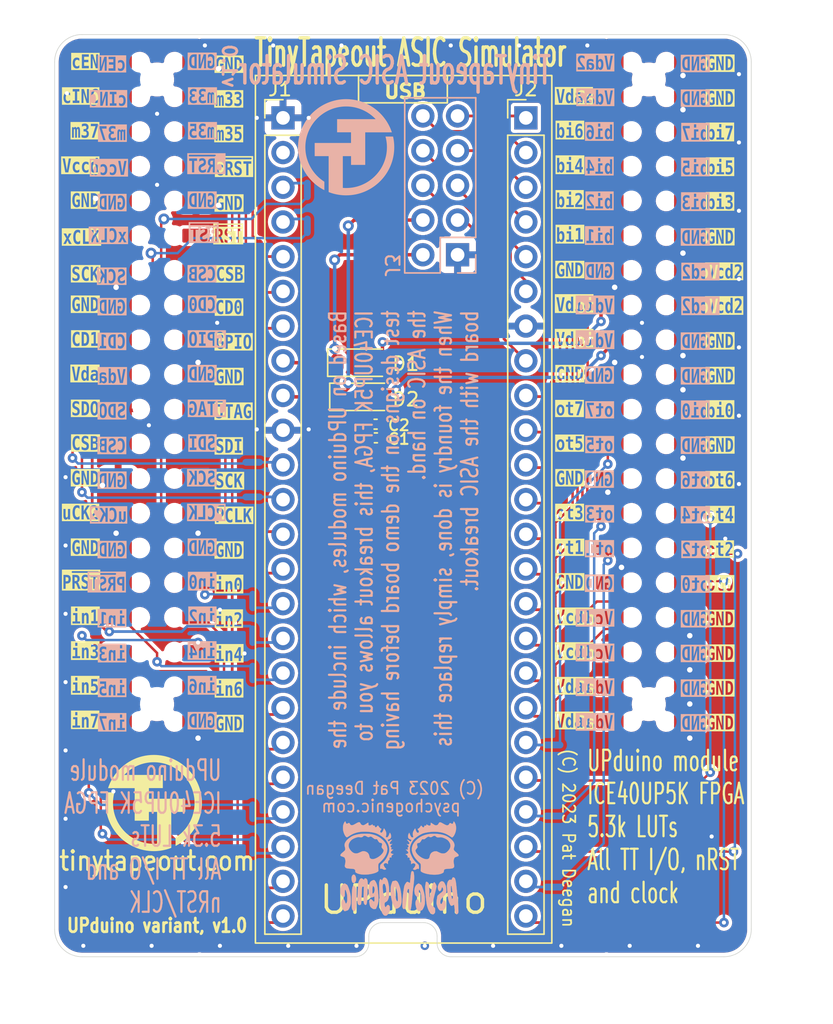
<source format=kicad_pcb>
(kicad_pcb (version 20221018) (generator pcbnew)
  (title_block (title "Upduino FPGA breakout for TT") (date "2023-11-28") (rev "1.0") (company "Psychogenic Technologies INC") (comment 1 "(C) 2023 Pat Deegan"))
  (layers (0 "F.Cu" signal) (31 "B.Cu" signal) (34 "B.Paste" user) (35 "F.Paste" user) (36 "B.SilkS" user "B.Silkscreen") (37 "F.SilkS" user "F.Silkscreen") (38 "B.Mask" user) (39 "F.Mask" user) (44 "Edge.Cuts" user))
  (net 0 "")
  (net 1 "GND")
  (net 2 "vddio")
  (net 3 "vccd2")
  (net 4 "vccd1")
  (net 5 "vdda1")
  (net 6 "vdda2")
  (net 7 "gpio")
  (net 8 "Caravel_D0")
  (net 9 "Caravel_CSB")
  (net 10 "~{RST}")
  (net 11 "Caravel_D1")
  (net 12 "xclk")
  (net 13 "Caravel_SCK")
  (net 14 "vdda")
  (net 15 "vccd")
  (net 16 "~{rst}{slash}mio[7]")
  (net 17 "clk{slash}mio[6]")
  (net 18 "usrclk2{slash}mio[5]")
  (net 19 "SCK{slash}mio[4]")
  (net 20 "CSB{slash}mio[3]")
  (net 21 "SDI{slash}mio[2]")
  (net 22 "SDO{slash}mio[1]")
  (net 23 "JTAG{slash}mio[0]")
  (net 24 "ui_in[1]{slash}mio[9]")
  (net 25 "ui_in[0]{slash}mio[8]")
  (net 26 "ui_in[3]{slash}mio[11]")
  (net 27 "ui_in[2]{slash}mio[10]")
  (net 28 "ui_in[5]{slash}mio[13]")
  (net 29 "ui_in[4]{slash}mio[12]")
  (net 30 "ui_in[7]{slash}mio[15]")
  (net 31 "ui_in[6]{slash}mio[14]")
  (net 32 "uo_out[1]{slash}mio[17]")
  (net 33 "uo_out[0]{slash}mio[16]")
  (net 34 "uo_out[3]{slash}mio[19]")
  (net 35 "uo_out[2]{slash}mio[18]")
  (net 36 "uo_out[5]{slash}mio[21]")
  (net 37 "uo_out[4]{slash}mio[20]")
  (net 38 "uo_out[7]{slash}mio[23]")
  (net 39 "uo_out[6]{slash}mio[22]")
  (net 40 "uio[1]{slash}mio[25]")
  (net 41 "uio[0]{slash}mio[24]")
  (net 42 "uio[3]{slash}mio[27]")
  (net 43 "uio[2]{slash}mio[26]")
  (net 44 "uio[5]{slash}mio[29]")
  (net 45 "uio[4]{slash}mio[28]")
  (net 46 "uio[7]{slash}mio[31]")
  (net 47 "uio[6]{slash}mio[30]")
  (net 48 "mio[33]")
  (net 49 "ctrl_ena{slash}mio[32]")
  (net 50 "mio[35]")
  (net 51 "ctrl_sel_inc{slash}mio[34]")
  (net 52 "mio[37]")
  (net 53 "~{ctrl_sel_rst}{slash}mio[36]")
  (net 54 "/5VUSB")
  (net 55 "/3v3UP")
  (net 56 "/VIO_BANK_0_2")
  (net 57 "/CRESET_N")
  (net 58 "/CDONE")
  (net 59 "/LED_R")
  (net 60 "/LED_G")
  (net 61 "/LED_B")
  (net 62 "/IOT_37A")
  (net 63 "/IOT_36B")
  (net 64 "/IOT_39A")
  (net 65 "/IOT_38B")
  (net 66 "/IOT_43A")
  (net 67 "/IOT_46B_G0")
  (net 68 "/IOT_42B")
  (net 69 "/IOT_45A_G1")
  (net 70 "/IOT_44B")
  (net 71 "/IOT_49A")
  (net 72 "/IOT_48B")
  (net 73 "/IOT_51A")
  (net 74 "/IOT_50B")
  (net 75 "/IOT_41A")
  (net 76 "/FT_SSn")
  (net 77 "/FT_SCK")
  (net 78 "/FLASH_MOSI")
  (net 79 "/FLASH_MISO")
  (net 80 "/IOB_25B_G3")
  (net 81 "/IOB_18A")
  (net 82 "/CLK_12M_EXT")
  (net 83 "/IOB_22A")
  (net 84 "/IOB_23B")
  (net 85 "/IOB_24A")
  (net 86 "/IOB_29B")
  (net 87 "/IOB_31B")
  (net 88 "/IOB_20A")
  (net 89 "/IOB_16A")
  (net 90 "/IOB_13B")
  (net 91 "/IOB_3B_G6")
  (net 92 "/IOB_8A")
  (net 93 "/IOB_9B")
  (net 94 "/IOB_4A")
  (net 95 "/IOB_5B")
  (net 96 "/IOB_2A")
  (net 97 "/IOB_0A")
  (net 98 "/IOB_6A")
  (footprint "Capacitor_SMD:C_0402_1005Metric" (layer "F.Cu") (at 68.52 52.02)
    (fp_text reference "C1")
    (fp_text value "0.1uf")
  )
  (footprint "Capacitor_SMD:C_0402_1005Metric" (layer "F.Cu") (at 68.5 51.02)
    (fp_text reference "C2")
    (fp_text value "0.1uf")
  )
  (footprint "flyingcarsfootprints:StitchingVia-0.3mm" (layer "F.Cu") (at 45.9 26.8)
    (fp_text reference "STITCH10" hide)
    (fp_text value "StitchingVia-0.3mm" hide)
  )
  (footprint "BreakoutCommon:FH-00339" (layer "F.Cu") (at 88.5 48.65 -90)
    (fp_text reference "CON2" hide)
    (fp_text value "REF-182665-01")
  )
  (footprint "Logos:TT_logo" (layer "F.Cu") (at 52.3 78.8)
    (fp_text reference "REF**" hide)
    (fp_text value "TT_logo")
  )
  (footprint "flyingcarsfootprints:StitchingVia-0.3mm" (layer "F.Cu") (at 45.8 54.9)
    (fp_text reference "STITCH22" hide)
    (fp_text value "StitchingVia-0.3mm" hide)
  )
  (footprint "flyingcarsfootprints:StitchingVia-0.3mm" (layer "F.Cu") (at 45.8 59.9)
    (fp_text reference "STITCH23" hide)
    (fp_text value "StitchingVia-0.3mm" hide)
  )
  (footprint "NetTie:NetTie-2_SMD_Pad0.5mm" (layer "F.Cu") (at 81.5 48.5 -90)
    (fp_text reference "NT20" hide)
    (fp_text value "NetTie_2" hide)
  )
  (footprint "NetTie:NetTie-2_SMD_Pad0.5mm" (layer "F.Cu") (at 81.5 66.7 -90)
    (fp_text reference "NT27" hide)
    (fp_text value "NetTie_2" hide)
  )
  (footprint "flyingcarsfootprints:StitchingVia-0.3mm" (layer "F.Cu") (at 63.6 28.6)
    (fp_text reference "STITCH22" hide)
    (fp_text value "StitchingVia-0.3mm" hide)
  )
  (footprint "NetTie:NetTie-2_SMD_Pad0.5mm" (layer "F.Cu") (at 81.5 51.1 -90)
    (fp_text reference "NT21" hide)
    (fp_text value "NetTie_2" hide)
  )
  (footprint "NetTie:NetTie-2_SMD_Pad0.5mm" (layer "F.Cu") (at 81.5 56.3 -90)
    (fp_text reference "NT23" hide)
    (fp_text value "NetTie_2" hide)
  )
  (footprint "NetTie:NetTie-2_SMD_Pad0.5mm" (layer "F.Cu") (at 60 43.5 -90)
    (fp_text reference "NT5" hide)
    (fp_text value "NetTie_2" hide)
  )
  (footprint "flyingcarsfootprints:StitchingVia-0.3mm" (layer "F.Cu") (at 45.8 74.9)
    (fp_text reference "STITCH26" hide)
    (fp_text value "StitchingVia-0.3mm" hide)
  )
  (footprint "flyingcarsfootprints:StitchingVia-0.3mm" (layer "F.Cu") (at 77.1 89.2)
    (fp_text reference "STITCH7" hide)
    (fp_text value "StitchingVia-0.3mm" hide)
  )
  (footprint "Connector_PinHeader_2.54mm:PinHeader_1x24_P2.54mm_Vertical" (layer "F.Cu") (at 79.5 28.6)
    (fp_text reference "J2")
    (fp_text value "UPduinoB")
  )
  (footprint "flyingcarsfootprints:StitchingVia-0.3mm" (layer "F.Cu") (at 72.1 89.2)
    (fp_text reference "STITCH6" hide)
    (fp_text value "StitchingVia-0.3mm" hide)
  )
  (footprint "Diode_SMD:D_SOD-123" (layer "F.Cu") (at 67.35 46.52)
    (fp_text reference "D1")
    (fp_text value "B0520LW-7-F")
  )
  (footprint "flyingcarsfootprints:StitchingVia-0.3mm" (layer "F.Cu") (at 52.5 33.5)
    (fp_text reference "STITCH22" hide)
    (fp_text value "StitchingVia-0.3mm" hide)
  )
  (footprint "flyingcarsfootprints:StitchingVia-0.3mm" (layer "F.Cu") (at 95.1 50.4)
    (fp_text reference "STITCH21" hide)
    (fp_text value "StitchingVia-0.3mm" hide)
  )
  (footprint "flyingcarsfootprints:StitchingVia-0.3mm" (layer "F.Cu") (at 95.1 55.4)
    (fp_text reference "STITCH22" hide)
    (fp_text value "StitchingVia-0.3mm" hide)
  )
  (footprint "flyingcarsfootprints:StitchingVia-0.3mm" (layer "F.Cu") (at 94.1 59.4)
    (fp_text reference "STITCH22" hide)
    (fp_text value "StitchingVia-0.3mm" hide)
  )
  (footprint "NetTie:NetTie-2_SMD_Pad0.5mm" (layer "F.Cu") (at 81.5 58.9 -90)
    (fp_text reference "NT24" hide)
    (fp_text value "NetTie_2" hide)
  )
  (footprint "flyingcarsfootprints:StitchingVia-0.3mm" (layer "F.Cu") (at 88 43.6)
    (fp_text reference "STITCH22" hide)
    (fp_text value "StitchingVia-0.3mm" hide)
  )
  (footprint "Connector_PinHeader_2.54mm:PinHeader_1x24_P2.54mm_Vertical" (layer "F.Cu") (at 61.72 28.6)
    (fp_text reference "J1")
    (fp_text value "UPduinoA")
  )
  (footprint "flyingcarsfootprints:StitchingVia-0.3mm" (layer "F.Cu") (at 88 46.1)
    (fp_text reference "STITCH22" hide)
    (fp_text value "StitchingVia-0.3mm" hide)
  )
  (footprint "NetTie:NetTie-2_SMD_Pad0.5mm" (layer "F.Cu") (at 59.5 87 -90)
    (fp_text reference "NT19" hide)
    (fp_text value "NetTie_2" hide)
  )
  (footprint "flyingcarsfootprints:StitchingVia-0.3mm" (layer "F.Cu") (at 45.8 84.9)
    (fp_text reference "STITCH28" hide)
    (fp_text value "StitchingVia-0.3mm" hide)
  )
  (footprint "flyingcarsfootprints:StitchingVia-0.3mm" (layer "F.Cu") (at 95.1 30.4)
    (fp_text reference "STITCH17" hide)
    (fp_text value "StitchingVia-0.3mm" hide)
  )
  (footprint "flyingcarsfootprints:StitchingVia-0.3mm" (layer "F.Cu") (at 49.3 77.9)
    (fp_text reference "STITCH22" hide)
    (fp_text value "StitchingVia-0.3mm" hide)
  )
  (footprint "flyingcarsfootprints:StitchingVia-0.3mm" (layer "F.Cu") (at 95.1 35.4)
    (fp_text reference "STITCH18" hide)
    (fp_text value "StitchingVia-0.3mm" hide)
  )
  (footprint "NetTie:NetTie-2_SMD_Pad0.5mm" (layer "F.Cu") (at 81.5 69.3 -90)
    (fp_text reference "NT28" hide)
    (fp_text value "NetTie_2" hide)
  )
  (footprint "NetTie:NetTie-2_SMD_Pad0.5mm" (layer "F.Cu") (at 81.5 64.1 -90)
    (fp_text reference "NT26" hide)
    (fp_text value "NetTie_2" hide)
  )
  (footprint "flyingcarsfootprints:StitchingVia-0.3mm" (layer "F.Cu") (at 87.1 89.2)
    (fp_text reference "STITCH9" hide)
    (fp_text value "StitchingVia-0.3mm" hide)
  )
  (footprint "flyingcarsfootprints:StitchingVia-0.3mm" (layer "F.Cu") (at 56.9 43.6)
    (fp_text reference "STITCH28" hide)
    (fp_text value "StitchingVia-0.3mm" hide)
  )
  (footprint "flyingcarsfootprints:StitchingVia-0.3mm" (layer "F.Cu") (at 92.1 89.2)
    (fp_text reference "STITCH10" hide)
    (fp_text value "StitchingVia-0.3mm" hide)
  )
  (footprint "flyingcarsfootprints:StitchingVia-0.3mm" (layer "F.Cu") (at 61 23.3)
    (fp_text reference "STITCH11" hide)
    (fp_text value "StitchingVia-0.3mm" hide)
  )
  (footprint "flyingcarsfootprints:StitchingVia-0.3mm" (layer "F.Cu") (at 82.1 89.2)
    (fp_text reference "STITCH8" hide)
    (fp_text value "StitchingVia-0.3mm" hide)
  )
  (footprint "NetTie:NetTie-2_SMD_Pad0.5mm" (layer "F.Cu") (at 59.5 61.423078 -90)
    (fp_text reference "NT9" hide)
    (fp_text value "NetTie_2" hide)
  )
  (footprint "flyingcarsfootprints:StitchingVia-0.3mm" (layer "F.Cu") (at 45.8 64.9)
    (fp_text reference "STITCH24" hide)
    (fp_text value "StitchingVia-0.3mm" hide)
  )
  (footprint "NetTie:NetTie-2_SMD_Pad0.5mm" (layer "F.Cu") (at 81.5 53.7 -90)
    (fp_text reference "NT22" hide)
    (fp_text value "NetTie_2" hide)
  )
  (footprint "NetTie:NetTie-2_SMD_Pad0.5mm" (layer "F.Cu") (at 81.5 61.5 -90)
    (fp_text reference "NT25" hide)
    (fp_text value "NetTie_2" hide)
  )
  (footprint "NetTie:NetTie-2_SMD_Pad0.5mm" (layer "F.Cu") (at 81.5 87.5 180)
    (fp_text reference "NT35" hide)
    (fp_text value "NetTie_2" hide)
  )
  (footprint "NetTie:NetTie-2_SMD_Pad0.5mm" (layer "F.Cu") (at 59.5 58.884617)
    (fp_text reference "NT8" hide)
    (fp_text value "NetTie_2" hide)
  )
  (footprint "NetTie:NetTie-2_SMD_Pad0.5mm" (layer "F.Cu") (at 60 40.875 -90)
    (fp_text reference "NT4" hide)
    (fp_text value "NetTie_2" hide)
  )
  (footprint "flyingcarsfootprints:StitchingVia-0.3mm" (layer "F.Cu") (at 57.1 89.2)
    (fp_text reference "STITCH3" hide)
    (fp_text value "StitchingVia-0.3mm" hide)
  )
  (footprint "flyingcarsfootprints:StitchingVia-0.3mm" (layer "F.Cu") (at 95.1 25.4)
    (fp_text reference "STITCH16" hide)
    (fp_text value "StitchingVia-0.3mm" hide)
  )
  (footprint "flyingcarsfootprints:StitchingVia-0.3mm" (layer "F.Cu") (at 52.5 28.3)
    (fp_text reference "STITCH22" hide)
    (fp_text value "StitchingVia-0.3mm" hide)
  )
  (footprint "flyingcarsfootprints:StitchingVia-0.3mm" (layer "F.Cu") (at 59.8 51.4)
    (fp_text reference "STITCH22" hide)
    (fp_text value "StitchingVia-0.3mm" hide)
  )
  (footprint "flyingcarsfootprints:StitchingVia-0.3mm" (layer "F.Cu") (at 79 23.3)
    (fp_text reference "STITCH14" hide)
    (fp_text value "StitchingVia-0.3mm" hide)
  )
  (footprint "flyingcarsfootprints:StitchingVia-0.3mm" (layer "F.Cu") (at 95.1 40.4)
    (fp_text reference "STITCH19" hide)
    (fp_text value "StitchingVia-0.3mm" hide)
  )
  (footprint "flyingcarsfootprints:StitchingVia-0.3mm" (layer "F.Cu") (at 51.9 51.1)
    (fp_text reference "STITCH28" hide)
    (fp_text value "StitchingVia-0.3mm" hide)
  )
  (footprint "NetTie:NetTie-2_SMD_Pad0.5mm" (layer "F.Cu") (at 59.5 74.307688 -90)
    (fp_text reference "NT14" hide)
    (fp_text value "NetTie_2" hide)
  )
  (footprint "flyingcarsfootprints:StitchingVia-0.3mm" (layer "F.Cu") (at 47.1 89.2)
    (fp_text reference "STITCH1" hide)
    (fp_text value "StitchingVia-0.3mm" hide)
  )
  (footprint "Diode_SMD:D_SOD-123" (layer "F.Cu") (at 67.5 49.02)
    (fp_text reference "D2")
    (fp_text value "B0520LW-7-F")
  )
  (footprint "NetTie:NetTie-2_SMD_Pad0.5mm" (layer "F.Cu") (at 81.5 82.3 180)
    (fp_text reference "NT33" hide)
    (fp_text value "NetTie_2" hide)
  )
  (footprint "NetTie:NetTie-2_SMD_Pad0.5mm" (layer "F.Cu") (at 59.5 71.769227 -90)
    (fp_text reference "NT13" hide)
    (fp_text value "NetTie_2" hide)
  )
  (footprint "NetTie:NetTie-2_SMD_Pad0.5mm" (layer "F.Cu") (at 59.5 84.461532 -90)
    (fp_text reference "NT18" hide)
    (fp_text value "NetTie_2" hide)
  )
  (footprint "flyingcarsfootprints:StitchingVia-0.3mm" (layer "F.Cu") (at 58.9 67.8)
    (fp_text reference "STITCH28" hide)
    (fp_text value "StitchingVia-0.3mm" hide)
  )
  (footprint "NetTie:NetTie-2_SMD_Pad0.5mm" (layer "F.Cu") (at 81.5 71.9 -90)
    (fp_text reference "NT29" hide)
    (fp_text value "NetTie_2" hide)
  )
  (footprint "flyingcarsfootprints:StitchingVia-0.3mm" (layer "F.Cu") (at 52.1 89.2)
    (fp_text reference "STITCH2" hide)
    (fp_text value "StitchingVia-0.3mm" hide)
  )
  (footprint "flyingcarsfootprints:StitchingVia-0.3mm" (layer "F.Cu") (at 84 23.3)
    (fp_text reference "STITCH15" hide)
    (fp_text value "StitchingVia-0.3mm" hide)
  )
  (footprint "flyingcarsfootprints:StitchingVia-0.3mm" (layer "F.Cu") (at 66 23.3)
    (fp_text reference "STITCH12" hide)
    (fp_text value "StitchingVia-0.3mm" hide)
  )
  (footprint "NetTie:NetTie-2_SMD_Pad0.5mm" (layer "F.Cu") (at 60 38.25 -90)
    (fp_text reference "NT3" hide)
    (fp_text value "NetTie_2" hide)
  )
  (footprint "flyingcarsfootprints:StitchingVia-0.3mm" (layer "F.Cu") (at 62.1 89.2)
    (fp_text reference "STITCH4" hide)
    (fp_text value "StitchingVia-0.3mm" hide)
  )
  (footprint "NetTie:NetTie-2_SMD_Pad0.5mm" (layer "F.Cu") (at 59.5 76.846149 -90)
    (fp_text reference "NT15" hide)
    (fp_text value "NetTie_2" hide)
  )
  (footprint "flyingcarsfootprints:StitchingVia-0.3mm" (layer "F.Cu") (at 74 23.3)
    (fp_text reference "STITCH13" hide)
    (fp_text value "StitchingVia-0.3mm" hide)
  )
  (footprint "flyingcarsfootprints:StitchingVia-0.3mm" (layer "F.Cu") (at 93.1 81.2)
    (fp_text reference "STITCH22" hide)
    (fp_text value "StitchingVia-0.3mm" hide)
  )
  (footprint "flyingcarsfootprints:StitchingVia-0.3mm" (layer "F.Cu") (at 63.6 51.4)
    (fp_text reference "STITCH22" hide)
    (fp_text value "StitchingVia-0.3mm" hide)
  )
  (footprint "flyingcarsfootprints:StitchingVia-0.3mm" (layer "F.Cu") (at 56 23.3)
    (fp_text reference "STITCH10" hide)
    (fp_text value "StitchingVia-0.3mm" hide)
  )
  (footprint "flyingcarsfootprints:StitchingVia-0.3mm" (layer "F.Cu") (at 45.8 79.9)
    (fp_text reference "STITCH27" hide)
    (fp_text value "StitchingVia-0.3mm" hide)
  )
  (footprint "flyingcarsfootprints:StitchingVia-0.3mm" (layer "F.Cu") (at 70.3 46.5)
    (fp_text reference "STITCH22" hide)
    (fp_text value "StitchingVia-0.3mm" hide)
  )
  (footprint "flyingcarsfootprints:StitchingVia-0.3mm" (layer "F.Cu") (at 95.1 45.4)
    (fp_text reference "STITCH20" hide)
    (fp_text value "StitchingVia-0.3mm" hide)
  )
  (footprint "flyingcarsfootprints:StitchingVia-0.3mm" (layer "F.Cu") (at 67.1 89.2)
    (fp_text reference "STITCH5" hide)
    (fp_text value "StitchingVia-0.3mm" hide)
  )
  (footprint "flyingcarsfootprints:StitchingVia-0.3mm" (layer "F.Cu") (at 57.1 64.6)
    (fp_text reference "STITCH28" hide)
    (fp_text value "StitchingVia-0.3mm" hide)
  )
  (footprint "BreakoutCommon:FH-00339" (layer "F.Cu") (at 52.5 48.65 -90)
    (fp_text reference "CON1" hide)
    (fp_text value "REF-182665-01")
  )
  (footprint "flyingcarsfootprints:StitchingVia-0.3mm" (layer "F.Cu") (at 59.8 28.6)
    (fp_text reference "STITCH22" hide)
    (fp_text value "StitchingVia-0.3mm" hide)
  )
  (footprint "NetTie:NetTie-2_SMD_Pad0.5mm" (layer "F.Cu") (at 81.5 77.1 180)
    (fp_text reference "NT31" hide)
    (fp_text value "NetTie_2" hide)
  )
  (footprint "flyingcarsfootprints:StitchingVia-0.3mm" (layer "F.Cu") (at 45.8 69.9)
    (fp_text reference "STITCH25" hide)
    (fp_text value "StitchingVia-0.3mm" hide)
  )
  (footprint "NetTie:NetTie-2_SMD_Pad0.5mm" (layer "B.Cu") (at 81.5 84.9 180)
    (fp_text reference "NT34" hide)
    (fp_text value "NetTie_2" hide)
  )
  (footprint "Connector_PinSocket_2.54mm:PinSocket_2x05_P2.54mm_Vertical" (layer "B.Cu") (at 74.5 38.62)
    (fp_text reference "J3")
    (fp_text value "Conn_02x05_Odd_Even")
  )
  (footprint "NetTie:NetTie-2_SMD_Pad0.5mm" (layer "B.Cu") (at 63.5 33.875 90)
    (fp_text reference "NT1" hide)
    (fp_text value "NetTie_2" hide)
  )
  (footprint "NetTie:NetTie-2_SMD_Pad0.5mm" (layer "B.Cu") (at 59.5 53.807695)
    (fp_text reference "NT6" hide)
    (fp_text value "NetTie_2" hide)
  )
  (footprint "Logos:TT_logo" (layer "B.Cu") (at 66.3 30.8 180)
    (fp_text reference "REF**" hide)
    (fp_text value "TT_logo")
  )
  (footprint "NetTie:NetTie-2_SMD_Pad0.5mm" (layer "B.Cu") (at 59.5 66.5 -90)
    (fp_text reference "NT11" hide)
    (fp_text value "NetTie_2" hide)
  )
  (footprint "NetTie:NetTie-2_SMD_Pad0.5mm" (layer "B.Cu") (at 63.5 36.5 90)
    (fp_text reference "NT2" hide)
    (fp_text value "NetTie_2" hide)
  )
  (footprint "flyingcarsfootprints:PsychoLogoSmall" (layer "B.Cu") (at 70.3 83.5 180)
    (fp_text reference "G***" hide)
    (fp_text value "LOGO" hide)
  )
  (footprint "NetTie:NetTie-2_SMD_Pad0.5mm" (layer "B.Cu") (at 59.5 63.961539 -90)
    (fp_text reference "NT10" hide)
    (fp_text value "NetTie_2" hide)
  )
  (footprint "NetTie:NetTie-2_SMD_Pad0.5mm" (layer "B.Cu") (at 59.5 79.38461 -90)
    (fp_text reference "NT16" hide)
    (fp_text value "NetTie_2" hide)
  )
  (footprint "NetTie:NetTie-2_SMD_Pad0.5mm" (layer "B.Cu") (at 59.5 81.923071 -90)
    (fp_text reference "NT17" hide)
    (fp_text value "NetTie_2" hide)
  )
  (footprint "NetTie:NetTie-2_SMD_Pad0.5mm" (layer "B.Cu") (at 81.5 74.5 180)
    (fp_text reference "NT30" hide)
    (fp_text value "NetTie_2" hide)
  )
  (footprint "NetTie:NetTie-2_SMD_Pad0.5mm" (layer "B.Cu") (at 59.5 69.230766 -90)
    (fp_text reference "NT12" hide)
    (fp_text value "NetTie_2" hide)
  )
  (footprint "NetTie:NetTie-2_SMD_Pad0.5mm" (layer "B.Cu") (at 81.5 79.7 180)
    (fp_text reference "NT32" hide)
    (fp_text value "NetTie_2" hide)
  )
  (footprint "NetTie:NetTie-2_SMD_Pad0.5mm" (layer "B.Cu") (at 59.5 56.346156)
    (fp_text reference "NT7" hide)
    (fp_text value "NetTie_2" hide)
  )
  (gr_rect (start 59.7 25.5) (end 81.4 89) (stroke (width 0.12)) (fill none) (layer "F.SilkS"))
  (gr_rect (start 67.25 25.5) (end 73.75 27.5) (stroke (width 0.12)) (fill none) (layer "F.SilkS"))
  (gr_arc (start 74 90) (mid 73.292893 89.707107) (end 73 89) (stroke (width 0.05)) (layer "Edge.Cuts"))
  (gr_line (start 73 89) (end 73 88.5) (stroke (width 0.05)) (layer "Edge.Cuts"))
  (gr_line (start 94 22.5) (end 47 22.5) (stroke (width 0.05)) (layer "Edge.Cuts"))
  (gr_arc locked (start 45 24.5) (mid 45.585786 23.085786) (end 47 22.5) (stroke (width 0.05)) (layer "Edge.Cuts"))
  (gr_arc locked (start 96 88) (mid 95.414214 89.414214) (end 94 90) (stroke (width 0.05)) (layer "Edge.Cuts"))
  (gr_line (start 68 88.5) (end 68 89) (stroke (width 0.05)) (layer "Edge.Cuts"))
  (gr_arc (start 68 89) (mid 67.707107 89.707107) (end 67 90) (stroke (width 0.05)) (layer "Edge.Cuts"))
  (gr_line (start 72 87.5) (end 69 87.5) (stroke (width 0.05)) (layer "Edge.Cuts"))
  (gr_arc locked (start 94 22.5) (mid 95.414214 23.085786) (end 96 24.5) (stroke (width 0.05)) (layer "Edge.Cuts"))
  (gr_arc (start 72 87.5) (mid 72.707107 87.792893) (end 73 88.5) (stroke (width 0.05)) (layer "Edge.Cuts"))
  (gr_arc (start 47 90) (mid 45.585786 89.414214) (end 45 88) (stroke (width 0.05)) (layer "Edge.Cuts"))
  (gr_line (start 96 88) (end 96 24.5) (stroke (width 0.05)) (layer "Edge.Cuts"))
  (gr_line (start 47 90) (end 67 90) (stroke (width 0.05)) (layer "Edge.Cuts"))
  (gr_line (start 45 88) (end 45 24.5) (stroke (width 0.05)) (layer "Edge.Cuts"))
  (gr_arc (start 68 88.5) (mid 68.292893 87.792893) (end 69 87.5) (stroke (width 0.05)) (layer "Edge.Cuts"))
  (gr_line (start 94 90) (end 74 90) (stroke (width 0.05)) (layer "Edge.Cuts"))
  (gr_text "SDO" (at 48.2 50.72) (layer "B.SilkS" knockout) (effects (font (size 1 0.8) (thickness 0.127) bold) (justify right bottom mirror)))
  (gr_text "GND" (at 48.2 55.8) (layer "B.SilkS" knockout) (effects (font (size 1 0.8) (thickness 0.127) bold) (justify right bottom mirror)))
  (gr_text "GND" (at 48.2 60.88) (layer "B.SilkS" knockout) (effects (font (size 1 0.8) (thickness 0.127) bold) (justify right bottom mirror)))
  (gr_text "bi5" (at 90.9 32.92) (layer "B.SilkS" knockout) (effects (font (size 1 0.8) (thickness 0.127) bold) (justify right bottom mirror)))
  (gr_text "ot5" (at 85.9 53.18) (layer "B.SilkS" knockout) (effects (font (size 1 0.8) (thickness 0.127) bold) (justify left bottom mirror)))
  (gr_text "GPIO" (at 54.8 45.46) (layer "B.SilkS" knockout) (effects (font (size 1 0.8) (thickness 0.127) bold) (justify right bottom mirror)))
  (gr_text "CD0" (at 54.8 42.92) (layer "B.SilkS" knockout) (effects (font (size 1 0.8) (thickness 0.127) bold) (justify right bottom mirror)))
  (gr_text "Vdio" (at 85.9 45.56) (layer "B.SilkS" knockout) (effects (font (size 1 0.8) (thickness 0.127) bold) (justify left bottom mirror)))
  (gr_text "m33" (at 54.8 27.68) (layer "B.SilkS" knockout) (effects (font (size 1 0.8) (thickness 0.127) bold) (justify right bottom mirror)))
  (gr_text "in2" (at 54.8 65.78) (layer "B.SilkS" knockout) (effects (font (size 1 0.8) (thickness 0.127) bold) (justify right bottom mirror)))
  (gr_text "GND" (at 90.9 73.56) (layer "B.SilkS" knockout) (effects (font (size 1 0.8) (thickness 0.127) bold) (justify right bottom mirror)))
  (gr_text "m37" (at 48.2 30.4) (layer "B.SilkS" knockout) (effects (font (size 1 0.8) (thickness 0.127) bold) (justify right bottom mirror)))
  (gr_text "ot6" (at 90.9 55.78) (layer "B.SilkS" knockout) (effects (font (size 1 0.8) (thickness 0.127) bold) (justify right bottom mirror)))
  (gr_text "JTAG" (at 54.8 50.54) (layer "B.SilkS" knockout) (effects (font (size 1 0.8) (thickness 0.127) bold) (justify right bottom mirror)))
  (gr_text "bi7" (at 90.9 30.38) (layer "B.SilkS" knockout) (effects (font (size 1 0.8) (thickness 0.127) bold) (justify right bottom mirror)))
  (gr_text "Vda2" (at 85.9 25.24) (layer "B.SilkS" knockout) (effects (font (size 1 0.8) (thickness 0.127) bold) (justify left bottom mirror)))
  (gr_text "ot4" (at 90.9 58.32) (layer "B.SilkS" knockout) (effects (font (size 1 0.8) (thickness 0.127) bold) (justify right bottom mirror)))
  (gr_text "PCLK" (at 54.8 58.16) (layer "B.SilkS" knockout) (effects (font (size 1 0.8) (thickness 0.127) bold) (justify right bottom mirror)))
  (gr_text "GND" (at 48.2 43.1) (layer "B.SilkS" knockout) (effects (font (size 1 0.8) (thickness 0.127) bold) (justify right bottom mirror)))
  (gr_text "TinyTapeout ASIC Simulator" (at 69.9 26.3) (layer "B.SilkS") (effects (font (size 2 1.1) (thickness 0.25) bold) (justify bottom mirror)))
  (gr_text "GND" (at 90.9 48.16) (layer "B.SilkS" knockout) (effects (font (size 1 0.8) (thickness 0.127) bold) (justify right bottom mirror)))
  (gr_text "P~{RST}" (at 47.5 63.38) (layer "B.SilkS" knockout) (effects (font (size 1 0.8) (thickness 0.127) bold) (justify right bottom mirror)))
  (gr_text "GND" (at 90.9 68.48) (layer "B.SilkS" knockout) (effects (font (size 1 0.8) (thickness 0.127) bold) (justify right bottom mirror)))
  (gr_text "SCK" (at 48.2 40.87) (layer "B.SilkS" knockout) (effects (font (size 1 0.8) (thickness 0.127) bold) (justify right bottom mirror)))
  (gr_text "bi3" (at 90.9 35.46) (layer "B.SilkS" knockout) (effects (font (size 1 0.8) (thickness 0.127) bold) (justify right bottom mirror)))
  (gr_text "GND" (at 90.9 45.62) (layer "B.SilkS" knockout) (effects (font (size 1 0.8) (thickness 0.127) bold) (justify right bottom mirror)))
  (gr_text "in1" (at 48.2 65.96) (layer "B.SilkS" knockout) (effects (font (size 1 0.8) (thickness 0.127) bold) (justify right bottom mirror)))
  (gr_text "Vcd2" (at 90.9 40.54) (layer "B.SilkS" knockout) (effects (font (size 1 0.8) (thickness 0.127) bold) (justify right bottom mirror)))
  (gr_text "GND" (at 90.9 25.3) (layer "B.SilkS" knockout) (effects (font (size 1 0.8) (thickness 0.127) bold) (justify right bottom mirror)))
  (gr_text "GND" (at 54.8 35.3) (layer "B.SilkS" knockout) (effects (font (size 1 0.8) (thickness 0.127) bold) (justify right bottom mirror)))
  (gr_text "Vda" (at 48.2 48.18) (layer "B.SilkS" knockout) (effects (font (size 1 0.8) (thickness 0.127) bold) (justify right bottom mirror)))
  (gr_text "bi0" (at 90.9 50.7) (layer "B.SilkS" knockout) (effects (font (size 1 0.8) (thickness 0.127) bold) (justify right bottom mirror)))
  (gr_text "bi4" (at 85.9 32.86) (layer "B.SilkS" knockout) (effects (font (size 1 0.8) (thickness 0.127) bold) (justify left bottom mirror)))
  (gr_text "Based on UPduino modules, which include the\nICE40UP5K FPGA, this breakout allows you to\ntest designs on the demo board before having \nthe ASIC on hand.\nWhen the foundry is done, simply replace this\nboard with the ASIC breakout.\n" (at 76.1 42.6 90) (layer "B.SilkS") (effects (font (size 1.2 0.9) (thickness 0.16)) (justify left bottom mirror)))
  (gr_text "ot0" (at 90.9 63.4) (layer "B.SilkS" knockout) (effects (font (size 1 0.8) (thickness 0.127) bold) (justify right bottom mirror)))
  (gr_text "ot1" (at 85.9 60.8) (layer "B.SilkS" knockout) (effects (font (size 1 0.8) (thickness 0.127) bold) (justify left bottom mirror)))
  (gr_text "in6" (at 54.8 70.86) (layer "B.SilkS" knockout) (effects (font (size 1 0.8) (thickness 0.127) bold) (justify right bottom mirror)))
  (gr_text "CSB" (at 48.2 53.26) (layer "B.SilkS" knockout) (effects (font (size 1 0.8) (thickness 0.127) bold) (justify right bottom mirror)))
  (gr_text "GND" (at 90.9 65.94) (layer "B.SilkS" knockout) (effects (font (size 1 0.8) (thickness 0.127) bold) (justify right bottom mirror)))
  (gr_text "cINC" (at 47.6 27.88) (layer "B.SilkS" knockout) (effects (font (size 1 0.8) (thickness 0.127) bold) (justify right bottom mirror)))
  (gr_text "m35" (at 54.8 30.22) (layer "B.SilkS" knockout) (effects (font (size 1 0.8) (thickness 0.127) bold) (justify right bottom mirror)))
  (gr_text "ot7" (at 85.9 50.64) (layer "B.SilkS" knockout) (effects (font (size 1 0.8) (thickness 0.127) bold) (justify left bottom mirror)))
  (gr_text "v1.0" (at 57.2 24.8 -90) (layer "B.SilkS") (effects (font (size 1 1) (thickness 0.2) bold) (justify bottom mirror)))
  (gr_text "ot2" (at 90.9 60.86) (layer "B.SilkS" knockout) (effects (font (size 1 0.8) (thickness 0.127) bold) (justify right bottom mirror)))
  (gr_text "c~{RST}" (at 54.8 32.76) (layer "B.SilkS" knockout) (effects (font (size 1 0.8) (thickness 0.127) bold) (justify right bottom mirror)))
  (gr_text "GND" (at 54.8 73.4) (layer "B.SilkS" knockout) (effects (font (size 1 0.8) (thickness 0.127) bold) (justify right bottom mirror)))
  (gr_text "psychogenic.com" (at 74.8 79.5) (layer "B.SilkS") (effects (font (size 0.9 0.8) (thickness 0.125)) (justify left bottom mirror)))
  (gr_text "GND" (at 85.9 63.34) (layer "B.SilkS" knockout) (effects (font (size 1 0.8) (thickness 0.127) bold) (justify left bottom mirror)))
  (gr_text "CD1" (at 48.2 45.64) (layer "B.SilkS" knockout) (effects (font (size 1 0.8) (thickness 0.127) bold) (justify right bottom mirror)))
  (gr_text "UPduino module\nICE40UP5K FPGA\n5.3k LUTs\nAll TT I/O and\nnRST/CLK" (at 57.3 86.9) (layer "B.SilkS") (effects (font (size 1.5 0.9) (thickness 0.16)) (justify left bottom mirror)))
  (gr_text "~{RST}" (at 54.9 37.8) (layer "B.SilkS" knockout) (effects (font (size 1 0.8) (thickness 0.127) bold) (justify right bottom mirror)))
  (gr_text "GND" (at 85.9 40.48) (layer "B.SilkS" knockout) (effects (font (size 1 0.8) (thickness 0.127) bold) (justify left bottom mirror)))
  (gr_text "in0" (at 54.8 63.24) (layer "B.SilkS" knockout) (effects (font (size 1 0.8) (thickness 0.127) bold) (justify right bottom mirror)))
  (gr_text "GND" (at 54.8 25.14) (layer "B.SilkS" knockout) (effects (font (size 1 0.8) (thickness 0.127) bold) (justify right bottom mirror)))
  (gr_text "Vcd1" (at 85.9 65.88) (layer "B.SilkS" knockout) (effects (font (size 1 0.8) (thickness 0.127) bold) (justify left bottom mirror)))
  (gr_text "GND" (at 90.9 53.24) (layer "B.SilkS" knockout) (effects (font (size 1 0.8) (thickness 0.127) bold) (justify right bottom mirror)))
  (gr_text "in7" (at 48.2 73.58) (layer "B.SilkS" knockout) (effects (font (size 1 0.8) (thickness 0.127) bold) (justify right bottom mirror)))
  (gr_text "in4" (at 54.8 68.32) (layer "B.SilkS" knockout) (effects (font (size 1 0.8) (thickness 0.127) bold) (justify right bottom mirror)))
  (gr_text "SDI" (at 54.8 53.08) (layer "B.SilkS" knockout) (effects (font (size 1 0.8) (thickness 0.127) bold) (justify right bottom mirror)))
  (gr_text "GND" (at 48.2 35.48) (layer "B.SilkS" knockout) (effects (font (size 1 0.8) (thickness 0.127) bold) (justify right bottom mirror)))
  (gr_text "bi1" (at 85.9 37.94) (layer "B.SilkS" knockout) (effects (font (size 1 0.8) (thickness 0.127) bold) (justify left bottom mirror)))
  (gr_text "CSB" (at 54.8 40.69) (layer "B.SilkS" knockout) (effects (font (size 1 0.8) (thickness 0.127) bold) (justify right bottom mirror)))
  (gr_text "Vdio" (at 85.9 43.02) (layer "B.SilkS" knockout) (effects (font (size 1 0.8) (thickness 0.127) bold) (justify left bottom mirror)))
  (gr_text "GND" (at 54.8 60.7) (layer "B.SilkS" knockout) (effects (font (size 1 0.8) (thickness 0.127) bold) (justify right bottom mirror)))
  (gr_text "ot3" (at 85.9 58.26) (layer "B.SilkS" knockout) (effects (font (size 1 0.8) (thickness 0.127) bold) (justify left bottom mirror)))
  (gr_text "GND" (at 85.9 55.72) (layer "B.SilkS" knockout) (effects (font (size 1 0.8) (thickness 0.127) bold) (justify left bottom mirror)))
  (gr_text "bi6" (at 85.9 30.32) (layer "B.SilkS" knockout) (effects (font (size 1 0.8) (thickness 0.127) bold) (justify left bottom mirror)))
  (gr_text "GND" (at 54.8 48) (layer "B.SilkS" knockout) (effects (font (size 1 0.8) (thickness 0.127) bold) (justify right bottom mirror)))
  (gr_text "bi2" (at 85.9 35.4) (layer "B.SilkS" knockout) (effects (font (size 1 0.8) (thickness 0.127) bold) (justify left bottom mirror)))
  (gr_text "GND" (at 90.9 71.02) (layer "B.SilkS" knockout) (effects (font (size 1 0.8) (thickness 0.127) bold) (justify right bottom mirror)))
  (gr_text "in5" (at 48.2 71.04) (layer "B.SilkS" knockout) (effects (font (size 1 0.8) (thickness 0.127) bold) (justify right bottom mirror)))
  (gr_text "Vccd" (at 47.6 32.94) (layer "B.SilkS" knockout) (effects (font (size 1 0.8) (thickness 0.127) bold) (justify right bottom mirror)))
  (gr_text "GND" (at 90.9 27.84) (layer "B.SilkS" knockout) (effects (font (size 1 0.8) (thickness 0.127) bold) (justify right bottom mirror)))
  (gr_text "xCLK" (at 47.6 37.88) (layer "B.SilkS" knockout) (effects (font (size 1 0.8) (thickness 0.127) bold) (justify right bottom mirror)))
  (gr_text "Vcd1" (at 85.9 68.42) (layer "B.SilkS" knockout) (effects (font (size 1 0.8) (thickness 0.127) bold) (justify left bottom mirror)))
  (gr_text "(C) 2023 Pat Deegan" (at 76.5 78.2) (layer "B.SilkS") (effects (font (size 0.9 0.8) (thickness 0.125)) (justify left bottom mirror)))
  (gr_text "uCK2" (at 47.6 58.34) (layer "B.SilkS" knockout) (effects (font (size 1 0.8) (thickness 0.127) bold) (justify right bottom mirror)))
  (gr_text "GND" (at 85.9 48.1) (layer "B.SilkS" knockout) (effects (font (size 1 0.8) (thickness 0.127) bold) (justify left bottom mirror)))
  (gr_text "in3" (at 48.2 68.5) (layer "B.SilkS" knockout) (effects (font (size 1 0.8) (thickness 0.127) bold) (justify right bottom mirror)))
  (gr_text "Vda2" (at 85.9 27.78) (layer "B.SilkS" knockout) (effects (font (size 1 0.8) (thickness 0.127) bold) (justify left bottom mirror)))
  (gr_text "SCK" (at 54.8 55.62) (layer "B.SilkS" knockout) (effects (font (size 1 0.8) (thickness 0.127) bold) (justify right bottom mirror)))
  (gr_text "GND" (at 90.9 38) (layer "B.SilkS" knockout) (effects (font (size 1 0.8) (thickness 0.127) bold) (justify right bottom mirror)))
  (gr_text "Vda1" (at 85.9 73.5) (layer "B.SilkS" knockout) (effects (font (size 1 0.8) (thickness 0.127) bold) (justify left bottom mirror)))
  (gr_text "cEN" (at 48.2 25.32) (layer "B.SilkS" knockout) (effects (font (size 1 0.8) (thickness 0.127) bold) (justify right bottom mirror)))
  (gr_text "Vda1" (at 85.9 70.96) (layer "B.SilkS" knockout) (effects (font (size 1 0.8) (thickness 0.127) bold) (justify left bottom mirror)))
  (gr_text "Vcd2" (at 90.9 43.08) (layer "B.SilkS" knockout) (effects (font (size 1.05 0.8) (thickness 0.127) bold) (justify right bottom mirror)))
  (gr_text "GND" (at 81.7 48) (layer "F.SilkS" knockout) (effects (font (size 1 0.8) (thickness 0.127) bold) (justify left bottom)))
  (gr_text "GND" (at 56.75 73.61) (layer "F.SilkS" knockout) (effects (font (size 1 0.8) (thickness 0.127) bold) (justify left bottom)))
  (gr_text "in2" (at 56.75 65.99) (layer "F.SilkS" knockout) (effects (font (size 1 0.8) (thickness 0.127) bold) (justify left bottom)))
  (gr_text "Vda2" (at 81.7 27.68) (layer "F.SilkS" knockout) (effects (font (size 1 0.8) (thickness 0.127) bold) (justify left bottom)))
  (gr_text "GND" (at 92.7 53.22) (layer "F.SilkS" knockout) (effects (font (size 1 0.8) (thickness 0.127) bold) (justify left bottom)))
  (gr_text "JTAG" (at 56.75 50.75) (layer "F.SilkS" knockout) (effects (font (size 1 0.8) (thickness 0.127) bold) (justify left bottom)))
  (gr_text "SDO" (at 48.25 50.54) (layer "F.SilkS" knockout) (effects (font (size 1 0.8) (thickness 0.127) bold) (justify right bottom)))
  (gr_text "c~{RST}" (at 56.75 32.97) (layer "F.SilkS" knockout) (effects (font (size 1 0.8) (thickness 0.127) bold) (justify left bottom)))
  (gr_text "GND" (at 81.7 55.62) (layer "F.SilkS" knockout) (effects (font (size 1 0.8) (thickness 0.127) bold) (justify left bottom)))
  (gr_text "TinyTapeout ASIC Simulator" (at 59.5 25) (layer "F.SilkS") (effects (font (size 2 1.1) (thickness 0.25) bold) (justify left bottom)))
  (gr_text "GND" (at 48.25 35.3) (layer "F.SilkS" knockout) (effects (font (size 1 0.8) (thickness 0.127) bold) (justify right bottom)))
  (gr_text "USB" (at 69 27.25) (layer "F.SilkS") (effects (font (size 1 1) (thickness 0.25) bold) (justify left bottom)))
  (gr_text "UPduino" (at 64.25 87) (layer "F.SilkS") (effects (font (size 2 2) (thickness 0.25) bold) (justify left bottom)))
  (gr_text "Vda" (at 48.25 48) (layer "F.SilkS" knockout) (effects (font (size 1 0.8) (thickness 0.127) bold) (justify right bottom)))
  (gr_text "in4" (at 56.75 68.53) (layer "F.SilkS" knockout) (effects (font (size 1 0.8) (thickness 0.127) bold) (justify left bottom)))
  (gr_text "cEN" (at 48.25 25.14) (layer "F.SilkS" knockout) (effects (font (size 1 0.8) (thickness 0.127) bold) (justify right bottom)))
  (gr_text "GND" (at 56.75 35.51) (layer "F.SilkS" knockout) (effects (font (size 1 0.8) (thickness 0.127) bold) (justify left bottom)))
  (gr_text "GND" (at 92.7 68.46) (layer "F.SilkS" knockout) (effects (font (size 1 0.8) (thickness 0.127) bold) (justify left bottom)))
  (gr_text "Vdio" (at 81.7 42.92) (layer "F.SilkS" knockout) (effects (font (size 1 0.8) (thickness 0.127) bold) (justify left bottom)))
  (gr_text "GND" (at 48.25 42.92) (layer "F.SilkS" knockout) (effects (font (size 1 0.8) (thickness 0.127) bold) (justify right bottom)))
  (gr_text "(C) 2023 Pat Deegan" (at 82.1 74.7 -90) (layer "F.SilkS") (effects (font (size 0.9 0.8) (thickness 0.125)) (justify left bottom)))
  (gr_text "GND" (at 92.7 45.6) (layer "F.SilkS" knockout) (effects (font (size 1 0.8) (thickness 0.127) bold) (justify left bottom)))
  (gr_text "ot6" (at 92.7 55.76) (layer "F.SilkS" knockout) (effects (font (size 1 0.8) (thickness 0.127) bold) (justify left bottom)))
  (gr_text "in0" (at 56.75 63.45) (layer "F.SilkS" knockout) (effects (font (size 1 0.8) (thickness 0.127) bold) (justify left bottom)))
  (gr_text "bi4" (at 81.7 32.76) (layer "F.SilkS" knockout) (effects (font (size 1 0.8) (thickness 0.127) bold) (justify left bottom)))
  (gr_text "m35" (at 56.75 30.43) (layer "F.SilkS" knockout) (effects (font (size 1 0.8) (thickness 0.127) bold) (justify left bottom)))
  (gr_text "PCLK" (at 56.75 58.37) (layer "F.SilkS" knockout) (effects (font (size 1 0.8) (thickness 0.127) bold) (justify left bottom)))
  (gr_text "bi3" (at 92.7 35.44) (layer "F.SilkS" knockout) (effects (font (size 1 0.8) (thickness 0.127) bold) (justify left bottom)))
  (gr_text "tinytapeout.com" (at 52.5 83.8) (layer "F.SilkS") (effects (font (size 1.4 1.2) (thickness 0.2) bold) (justify bottom)))
  (gr_text "GND" (at 56.75 60.91) (layer "F.SilkS" knockout) (effects (font (size 1 0.8) (thickness 0.127) bold) (justify left bottom)))
  (gr_text "bi2" (at 81.7 35.3) (layer "F.SilkS" knockout) (effects (font (size 1 0.8) (thickness 0.127) bold) (justify left bottom)))
  (gr_text "UPduino variant, v1.0" (at 52.5 88.3) (layer "F.SilkS") (effects (font (size 1 0.8) (thickness 0.2) bold) (justify bottom)))
  (gr_text "bi6" (at 81.7 30.22) (layer "F.SilkS" knockout) (effects (font (size 1 0.8) (thickness 0.127) bold) (justify left bottom)))
  (gr_text "GND" (at 81.7 63.24) (layer "F.SilkS" knockout) (effects (font (size 1 0.8) (thickness 0.127) bold) (justify left bottom)))
  (gr_text "SCK" (at 56.75 55.83) (layer "F.SilkS" knockout) (effects (font (size 1 0.8) (thickness 0.127) bold) (justify left bottom)))
  (gr_text "Vcd1" (at 81.7 65.78) (layer "F.SilkS" knockout) (effects (font (size 1 0.8) (thickness 0.127) bold) (justify left bottom)))
  (gr_text "GND" (at 92.7 27.82) (layer "F.SilkS" knockout) (effects (font (size 1 0.8) (thickness 0.127) bold) (justify left bottom)))
  (gr_text "ot0" (at 92.7 63.38) (layer "F.SilkS" knockout) (effects (font (size 1 0.8) (thickness 0.127) bold) (justify left bottom)))
  (gr_text "GND" (at 92.7 25.28) (layer "F.SilkS" knockout) (effects (font (size 1 0.8) (thickness 0.127) bold) (justify left bottom)))
  (gr_text "CSB" (at 56.8 40.7) (layer "F.SilkS" knockout) (effects (font (size 1 0.8) (thickness 0.127) bold) (justify left bottom)))
  (gr_text "Vda1" (at 81.7 73.4) (layer "F.SilkS" knockout) (effects (font (size 1 0.8) (thickness 0.127) bold) (justify left bottom)))
  (gr_text "UPduino module\nICE40UP5K FPGA\n5.3k LUTs\nAll TT I/O, nRST \nand clock" (at 83.9 86.2) (layer "F.SilkS") (effects (font (size 1.5 0.9) (thickness 0.16)) (justify left bottom)))
  (gr_text "SCK" (at 48.25 40.69) (layer "F.SilkS" knockout) (effects (font (size 1 0.8) (thickness 0.127) bold) (justify right bottom)))
  (gr_text "GND" (at 48.25 60.7) (layer "F.SilkS" knockout) (effects (font (size 1 0.8) (thickness 0.127) bold) (justify right bottom)))
  (gr_text "Vdio" (at 81.7 45.46) (layer "F.SilkS" knockout) (effects (font (size 1 0.8) (thickness 0.127) bold) (justify left bottom)))
  (gr_text "GND" (at 56.75 25.35) (layer "F.SilkS" knockout) (effects (font (size 1 0.8) (thickness 0.127) bold) (justify left bottom)))
  (gr_text "Vcd2" (at 92.7 40.52) (layer "F.SilkS" knockout) (effects (font (size 1 0.8) (thickness 0.127) bold) (justify left bottom)))
  (gr_text "ot4" (at 92.7 58.3) (layer "F.SilkS" knockout) (effects (font (size 1 0.8) (thickness 0.127) bold) (justify left bottom)))
  (gr_text "in7" (at 48.25 73.4) (layer "F.SilkS" knockout) (effects (font (size 1 0.8) (thickness 0.127) bold) (justify right bottom)))
  (gr_text "SDI" (at 56.75 53.29) (layer "F.SilkS" knockout) (effects (font (size 1 0.8) (thickness 0.127) bold) (justify left bottom)))
  (gr_text "GND" (at 81.7 40.38) (layer "F.SilkS" knockout) (effects (font (size 1 0.8) (thickness 0.127) bold) (justify left bottom)))
  (gr_text "Vccd" (at 48.25 32.76) (layer "F.SilkS" knockout) (effects (font (size 1 0.8) (thickness 0.127) bold) (justify right bottom)))
  (gr_text "cINC" (at 48.25 27.68) (layer "F.SilkS" knockout) (effects (font (size 1 0.8) (thickness 0.127) bold) (justify right bottom)))
  (gr_text "CD1" (at 48.25 45.46) (layer "F.SilkS" knockout) (effects (font (size 1 0.8) (thickness 0.127) bold) (justify right bottom)))
  (gr_text "CD0" (at 56.75 43.13) (layer "F.SilkS" knockout) (effects (font (size 1 0.8) (thickness 0.127) bold) (justify left bottom)))
  (gr_text "GPIO" (at 56.75 45.67) (layer "F.SilkS" knockout) (effects (font (size 1 0.8) (thickness 0.127) bold) (justify left bottom)))
  (gr_text "ot2" (at 92.7 60.84) (layer "F.SilkS" knockout) (effects (font (size 1 0.8) (thickness 0.127) bold) (justify left bottom)))
  (gr_text "bi7" (at 92.7 30.36) (layer "F.SilkS" knockout) (effects (font (size 1 0.8) (thickness 0.127) bold) (justify left bottom)))
  (gr_text "~{RST}" (at 56.7 37.9) (layer "F.SilkS" knockout) (effects (font (size 1 0.8) (thickness 0.127) bold) (justify left bottom)))
  (gr_text "GND" (at 56.75 48.21) (layer "F.SilkS" knockout) (effects (font (size 1 0.8) (thickness 0.127) bold) (justify left bottom)))
  (gr_text "uCK2" (at 48.25 58.16) (layer "F.SilkS" knockout) (effects (font (size 1 0.8) (thickness 0.127) bold) (justify right bottom)))
  (gr_text "in3" (at 48.25 68.32) (layer "F.SilkS" knockout) (effects (font (size 1 0.8) (thickness 0.127) bold) (justify right bottom)))
  (gr_text "bi1" (at 81.7 37.84) (layer "F.SilkS" knockout) (effects (font (size 1 0.8) (thickness 0.127) bold) (justify left bottom)))
  (gr_text "m33" (at 56.75 27.89) (layer "F.SilkS" knockout) (effects (font (size 1 0.8) (thickness 0.127) bold) (justify left bottom)))
  (gr_text "CSB" (at 48.25 53.08) (layer "F.SilkS" knockout) (effects (font (size 1 0.8) (thickness 0.127) bold) (justify right bottom)))
  (gr_text "ot5" (at 81.7 53.08) (layer "F.SilkS" knockout) (effects (font (size 1 0.8) (thickness 0.127) bold) (justify left bottom)))
  (gr_text "ot3" (at 81.7 58.16) (layer "F.SilkS" knockout) (effects (font (size 1 0.8) (thickness 0.127) bold) (justify left bottom)))
  (gr_text "bi0" (at 92.7 50.68) (layer "F.SilkS" knockout) (effects (font (size 1 0.8) (thickness 0.127) bold) (justify left bottom)))
  (gr_text "GND" (at 92.7 73.54) (layer "F.SilkS" knockout) (effects (font (size 1 0.8) (thickness 0.127) bold) (justify left bottom)))
  (gr_text "ot1" (at 81.7 60.7) (layer "F.SilkS" knockout) (effects (font (size 1 0.8) (thickness 0.127) bold) (justify left bottom)))
  (gr_text "Vcd1" (at 81.7 68.32) (layer "F.SilkS" knockout) (effects (font (size 1 0.8) (thickness 0.127) bold) (justify left bottom)))
  (gr_text "m37" (at 48.25 30.22) (layer "F.SilkS" knockout) (effects (font (size 1 0.8) (thickness 0.127) bold) (justify right bottom)))
  (gr_text "xCLK" (at 48.3 38) (layer "F.SilkS" knockout) (effects (font (size 1 0.8) (thickness 0.127) bold) (justify right bottom)))
  (gr_text "ot7" (at 81.7 50.54) (layer "F.SilkS" knockout) (effects (font (size 1 0.8) (thickness 0.127) bold) (justify left bottom)))
  (gr_text "bi5" (at 92.7 32.9) (layer "F.SilkS" knockout) (effects (font (size 1 0.8) (thickness 0.127) bold) (justify left bottom)))
  (gr_text "in6" (at 56.75 71.07) (layer "F.SilkS" knockout) (effects (font (size 1 0.8) (thickness 0.127) bold) (justify left bottom)))
  (gr_text "P~{RST}" (at 48.25 63.24) (layer "F.SilkS" knockout) (effects (font (size 1 0.8) (thickness 0.127) bold) (justify right bottom)))
  (gr_text "in1" (at 48.25 65.78) (layer "F.SilkS" knockout) (effects (font (size 1 0.8) (thickness 0.127) bold) (justify right bottom)))
  (gr_text "in5" (at 48.25 70.86) (layer "F.SilkS" knockout) (effects (font (size 1 0.8) (thickness 0.127) bold) (justify right bottom)))
  (gr_text "GND" (at 92.7 71) (layer "F.SilkS" knockout) (effects (font (size 1 0.8) (thickness 0.127) bold) (justify left bottom)))
  (gr_text "Vcd2" (at 92.7 43.06) (layer "F.SilkS" knockout) (effects (font (size 1.05 0.8) (thickness 0.127) bold) (justify left bottom)))
  (gr_text "GND" (at 92.7 37.98) (layer "F.SilkS" knockout) (effects (font (size 1 0.8) (thickness 0.127) bold) (justify left bottom)))
  (gr_text "GND" (at 48.25 55.62) (layer "F.SilkS" knockout) (effects (font (size 1 0.8) (thickness 0.127) bold) (justify right bottom)))
  (gr_text "GND" (at 92.7 48.14) (layer "F.SilkS" knockout) (effects (font (size 1 0.8) (thickness 0.127) bold) (justify left bottom)))
  (gr_text "GND" (at 92.7 65.92) (layer "F.SilkS" knockout) (effects (font (size 1 0.8) (thickness 0.127) bold) (justify left bottom)))
  (gr_text "Vda1" (at 81.7 70.86) (layer "F.SilkS" knockout) (effects (font (size 1 0.8) (thickness 0.127) bold) (justify left bottom)))
  (segment (start 91.35 65.16) (end 91.35 66.35) (width 0.254) (layer "F.Cu") (net 1))
  (segment (start 85.65 55) (end 85.65 55.85) (width 0.254) (layer "F.Cu") (net 1))
  (segment (start 49 55) (end 48.5 55.5) (width 0.254) (layer "F.Cu") (net 1))
  (segment (start 91.35 27.06) (end 91.35 27.65) (width 0.254) (layer "F.Cu") (net 1))
  (segment (start 91.35 71.35) (end 91.5 71.5) (width 0.254) (layer "F.Cu") (net 1))
  (segment (start 91.35 48.15) (end 91 48.5) (width 0.254) (layer "F.Cu") (net 1))
  (segment (start 49.65 42.3) (end 49.65 41.15) (width 0.254) (layer "F.Cu") (net 1))
  (segment (start 85.65 40.65) (end 86 41) (width 0.254) (layer "F.Cu") (net 1))
  (segment (start 85.65 39.76) (end 85.65 40.65) (width 0.254) (layer "F.Cu") (net 1))
  (segment (start 55.35 73.85) (end 55.5 74) (width 0.254) (layer "F.Cu") (net 1))
  (segment (start 91.35 47.38) (end 91.35 48.15) (width 0.254) (layer "F.Cu") (net 1))
  (segment (start 85.65 55.85) (end 85.5 56) (width 0.254) (layer "F.Cu") (net 1))
  (segment (start 91.35 72.78) (end 91.35 73.85) (width 0.254) (layer "F.Cu") (net 1))
  (segment (start 55.35 46.65) (end 55.5 46.5) (width 0.254) (layer "F.Cu") (net 1))
  (segment (start 85.65 47.38) (end 85.65 46.85) (width 0.254) (layer "F.Cu") (net 1))
  (segment (start 91.35 53.15) (end 91 53.5) (width 0.254) (layer "F.Cu") (net 1))
  (segment (start 91.35 68.85) (end 91.5 69) (width 0.254) (layer "F.Cu") (net 1))
  (segment (start 85.65 62.35) (end 86.5 61.5) (width 0.254) (layer "F.Cu") (net 1))
  (segment (start 91.35 73.85) (end 91.5 74) (width 0.254) (layer "F.Cu") (net 1))
  (segment (start 55.35 60.08) (end 55.35 59.15) (width 0.254) (layer "F.Cu") (net 1))
  (segment (start 55.35 72.78) (end 55.35 73.85) (width 0.254) (layer "F.Cu") (net 1))
  (segment (start 56.52 24.52) (end 57 25) (width 0.254) (layer "F.Cu") (net 1))
  (segment (start 91.35 44.84) (end 91.35 45.65) (width 0.254) (layer "F.Cu") (net 1))
  (segment (start 91.35 67.7) (end 91.35 68.85) (width 0.254) (layer "F.Cu") (net 1))
  (segment (start 91.35 27.65) (end 91 28) (width 0.254) (layer "F.Cu") (net 1))
  (segment (start 91.35 37.22) (end 91.35 38.15) (width 0.254) (layer "F.Cu") (net 1))
  (segment (start 91.35 66.35) (end 91.5 66.5) (width 0.254) (layer "F.Cu") (net 1))
  (segment (start 91.35 24.52) (end 91.35 25.15) (width 0.254) (layer "F.Cu") (net 1))
  (segment (start 91.35 52.46) (end 91.35 53.15) (width 0.254) (layer "F.Cu") (net 1))
  (segment (start 91.35 25.15) (end 91 25.5) (width 0.254) (layer "F.Cu") (net 1))
  (segment (start 91.35 45.65) (end 91 46) (width 0.254) (layer "F.Cu") (net 1))
  (segment (start 49.65 55) (end 49 55) (width 0.254) (layer "F.Cu") (net 1))
  (segment (start 85.65 62.62) (end 85.65 62.35) (width 0.254) (layer "F.Cu") (net 1))
  (segment (start 55.35 47.38) (end 55.35 46.65) (width 0.254) (layer "F.Cu") (net 1))
  (segment (start 85.65 46.85) (end 86 46.5) (width 0.254) (layer "F.Cu") (net 1))
  (segment (start 91.35 70.24) (end 91.35 71.35) (width 0.254) (layer "F.Cu") (net 1))
  (segment (start 49.65 34.68) (end 48.18 34.68) (width 0.254) (layer "F.Cu") (net 1))
  (segment (start 55.35 59.15) (end 55.5 59) (width 0.254) (layer "F.Cu") (net 1))
  (segment (start 91.35 38.15) (end 91 38.5) (width 0.254) (layer "F.Cu") (net 1))
  (segment (start 55.35 24.52) (end 56.52 24.52) (width 0.254) (layer "F.Cu") (net 1))
  (segment (start 49.65 60.08) (end 49.65 59.15) (width 0.254) (layer "F.Cu") (net 1))
  (segment (start 49.65 59.15) (end 49.5 59) (width 0.254) (layer "F.Cu") (net 1))
  (segment (start 56.68 34.68) (end 57 35) (width 0.254) (layer "F.Cu") (net 1))
  (segment (start 48.18 34.68) (end 48 34.5) (width 0.254) (layer "F.Cu") (net 1))
  (segment (start 49.65 41.15) (end 49.5 41) (width 0.254) (layer "F.Cu") (net 1))
  (segment (start 55.35 34.68) (end 56.68 34.68) (width 0.254) (layer "F.Cu") (net 1))
  (via (at 91.5 69) (size 0.8) (drill 0.4) (layers "F.Cu" "B.Cu") (net 1))
  (via (at 55.5 59) (size 0.8) (drill 0.4) (layers "F.Cu" "B.Cu") (net 1))
  (via (at 91.5 71.5) (size 0.8) (drill 0.4) (layers "F.Cu" "B.Cu") (net 1))
  (via (at 91 48.5) (size 0.8) (drill 0.4) (layers "F.Cu" "B.Cu") (net 1))
  (via (at 91 46) (size 0.8) (drill 0.4) (layers "F.Cu" "B.Cu") (net 1))
  (via (at 91 38.5) (size 0.8) (drill 0.4) (layers "F.Cu" "B.Cu") (net 1))
  (via (at 85.5 56) (size 0.8) (drill 0.4) (layers "F.Cu" "B.Cu") (net 1))
  (via (at 57 25) (size 0.8) (drill 0.4) (layers "F.Cu" "B.Cu") (net 1))
  (via (at 86 46.5) (size 0.8) (drill 0.4) (layers "F.Cu" "B.Cu") (net 1))
  (via (at 49.5 59) (size 0.8) (drill 0.4) (layers "F.Cu" "B.Cu") (net 1))
  (via (at 91 28) (size 0.8) (drill 0.4) (layers "F.Cu" "B.Cu") (net 1))
  (via (at 55.5 74) (size 0.8) (drill 0.4) (layers "F.Cu" "B.Cu") (net 1))
  (via (at 55.5 46.5) (size 0.8) (drill 0.4) (layers "F.Cu" "B.Cu") (net 1))
  (via (at 91.5 66.5) (size 0.8) (drill 0.4) (layers "F.Cu" "B.Cu") (net 1))
  (via (at 86 41) (size 0.8) (drill 0.4) (layers "F.Cu" "B.Cu") (net 1))
  (via (at 48 34.5) (size 0.8) (drill 0.4) (layers "F.Cu" "B.Cu") (net 1))
  (via (at 91 53.5) (size 0.8) (drill 0.4) (layers "F.Cu" "B.Cu") (net 1))
  (via (at 91 25.5) (size 0.8) (drill 0.4) (layers "F.Cu" "B.Cu") (net 1))
  (via (at 91.5 74) (size 0.8) (drill 0.4) (layers "F.Cu" "B.Cu") (net 1))
  (via (at 48.5 55.5) (size 0.8) (drill 0.4) (layers "F.Cu" "B.Cu") (net 1))
  (via (at 49.5 41) (size 0.8) (drill 0.4) (layers "F.Cu" "B.Cu") (net 1))
  (via (at 57 35) (size 0.8) (drill 0.4) (layers "F.Cu" "B.Cu") (net 1))
  (via (at 86.5 61.5) (size 0.8) (drill 0.4) (layers "F.Cu" "B.Cu") (net 1))
  (segment (start 69 48.87) (end 69.15 49.02) (width 0.25) (layer "F.Cu") (net 2))
  (segment (start 69 46.52) (end 69 45) (width 0.25) (layer "F.Cu") (net 2))
  (segment (start 68.98 52) (end 69 52.02) (width 0.25) (layer "F.Cu") (net 2))
  (segment (start 68.98 51.02) (end 68.98 52) (width 0.25) (layer "F.Cu") (net 2))
  (segment (start 69.15 49.02) (end 69.15 50.85) (width 0.25) (layer "F.Cu") (net 2))
  (segment (start 70 48.5) (end 69.67 48.5) (width 0.25) (layer "F.Cu") (net 2))
  (segment (start 85 43.5) (end 85 42.95) (width 0.25) (layer "F.Cu") (net 2))
  (segment (start 85 42.95) (end 85.65 42.3) (width 0.25) (layer "F.Cu") (net 2))
  (segment (start 69 46.52) (end 69 48.87) (width 0.25) (layer "F.Cu") (net 2))
  (segment (start 69.67 48.5) (end 69.15 49.02) (width 0.25) (layer "F.Cu") (net 2))
  (segment (start 85.65 44.84) (end 85.65 45.35) (width 0.25) (layer "F.Cu") (net 2))
  (segment (start 85.65 45.35) (end 85 46) (width 0.25) (layer "F.Cu") (net 2))
  (segment (start 69.15 50.85) (end 68.98 51.02) (width 0.25) (layer "F.Cu") (net 2))
  (via (at 85 46) (size 0.7) (drill 0.3) (layers "F.Cu" "B.Cu") (net 2))
  (via (at 70 48.5) (size 0.7) (drill 0.3) (layers "F.Cu" "B.Cu") (net 2))
  (via (at 85 43.5) (size 0.7) (drill 0.3) (layers "F.Cu" "B.Cu") (net 2))
  (via (at 69 45) (size 0.7) (drill 0.3) (layers "F.Cu" "B.Cu") (net 2))
  (segment (start 69 45) (end 69.1 45.1) (width 0.25) (layer "B.Cu") (net 2))
  (segment (start 83.4 47.6) (end 70.9 47.6) (width 0.25) (layer "B.Cu") (net 2))
  (segment (start 85 46) (end 83.4 47.6) (width 0.25) (layer "B.Cu") (net 2))
  (segment (start 83.4 45.1) (end 85 43.5) (width 0.25) (layer "B.Cu") (net 2))
  (segment (start 70.9 47.6) (end 70 48.5) (width 0.25) (layer "B.Cu") (net 2))
  (segment (start 69.1 45.1) (end 83.4 45.1) (width 0.25) (layer "B.Cu") (net 2))
  (segment (start 59.5 60.923078) (end 59.5 60.5) (width 0.18) (layer "F.Cu") (net 7))
  (segment (start 57.5 58.5) (end 57.5 46.99) (width 0.18) (layer "F.Cu") (net 7))
  (segment (start 57.5 46.99) (end 55.35 44.84) (width 0.18) (layer "F.Cu") (net 7))
  (segment (start 59.5 60.5) (end 57.5 58.5) (width 0.18) (layer "F.Cu") (net 7))
  (segment (start 49 66.1995) (end 48.840444 66.1995) (width 0.2) (layer "F.Cu") (net 12))
  (segment (start 48.840444 66.1995) (end 47.75 65.109056) (width 0.2) (layer "F.Cu") (net 12))
  (segment (start 47.75 65.109056) (end 47.75 39.12) (width 0.2) (layer "F.Cu") (net 12))
  (segment (start 47.75 39.12) (end 49.65 37.22) (width 0.2) (layer "F.Cu") (net 12))
  (via (at 49 66.1995) (size 0.7) (drill 0.3) (layers "F.Cu" "B.Cu") (net 12))
  (segment (start 54.71005 65.8) (end 54.31055 66.1995) (width 0.2) (layer "B.Cu") (net 12))
  (segment (start 59.3 65.8) (end 54.71005 65.8) (width 0.2) (layer "B.Cu") (net 12))
  (segment (start 59.5 66) (end 59.3 65.8) (width 0.2) (layer "B.Cu") (net 12))
  (segment (start 54.31055 66.1995) (end 49 66.1995) (width 0.2) (layer "B.Cu") (net 12))
  (segment (start 53 36) (end 52.8 36.2) (width 0.18) (layer "F.Cu") (net 16))
  (segment (start 49.98 62.62) (end 49.65 62.62) (width 0.18) (layer "F.Cu") (net 16))
  (segment (start 52.8 36.2) (end 52.8 59.8) (width 0.18) (layer "F.Cu") (net 16))
  (segment (start 52.8 59.8) (end 49.98 62.62) (width 0.18) (layer "F.Cu") (net 16))
  (via (at 53 36) (size 0.8) (drill 0.4) (layers "F.Cu" "B.Cu") (net 16))
  (segment (start 62.975 34.9) (end 60.5 34.9) (width 0.18) (layer "B.Cu") (net 16))
  (segment (start 63.5 34.375) (end 62.975 34.9) (width 0.18) (layer "B.Cu") (net 16))
  (segment (start 59.4 36) (end 53 36) (width 0.18) (layer "B.Cu") (net 16))
  (segment (start 60.5 34.9) (end 59.4 36) (width 0.18) (layer "B.Cu") (net 16))
  (segment (start 58 69.769227) (end 59.5 71.269227) (width 0.2) (layer "F.Cu") (net 17))
  (segment (start 58 59.7) (end 58 69.769227) (width 0.2) (layer "F.Cu") (net 17))
  (segment (start 55.35 57.54) (end 55.84 57.54) (width 0.2) (layer "F.Cu") (net 17))
  (segment (start 55.84 57.54) (end 58 59.7) (width 0.2) (layer "F.Cu") (net 17))
  (segment (start 52.18 38.62) (end 52.06 38.5) (width 0.18) (layer "F.Cu") (net 22))
  (segment (start 49.986041 49.92) (end 52.18 47.726041) (width 0.18) (layer "F.Cu") (net 22))
  (segment (start 50.72 50.02) (end 50.7 50) (width 0.25) (layer "F.Cu") (net 22))
  (segment (start 49.65 49.92) (end 49.986041 49.92) (width 0.18) (layer "F.Cu") (net 22))
  (segment (start 52.18 47.726041) (end 52.18 38.62) (width 0.18) (layer "F.Cu") (net 22))
  (via (at 52.06 38.5) (size 0.8) (drill 0.4) (layers "F.Cu" "B.Cu") (net 22))
  (segment (start 63.5 37) (end 63.1 37.4) (width 0.18) (layer "B.Cu") (net 22))
  (segment (start 55.1 37.4) (end 54 38.5) (width 0.18) (layer "B.Cu") (net 22))
  (segment (start 63.1 37.4) (end 55.1 37.4) (width 0.18) (layer "B.Cu") (net 22))
  (segment (start 54 38.5) (end 52.06 38.5) (width 0.18) (layer "B.Cu") (net 22))
  (segment (start 49.65 65.16) (end 49.892082 65.16) (width 0.18) (layer "F.Cu") (net 24))
  (segment (start 52.5 67.767918) (end 52.5 68.41) (width 0.18) (layer "F.Cu") (net 24))
  (segment (start 49.892082 65.16) (end 52.5 67.767918) (width 0.18) (layer "F.Cu") (net 24))
  (via (at 52.5 68.41) (size 0.7) (drill 0.3) (layers "F.Cu" "B.Cu") (net 24))
  (segment (start 59.5 68.730766) (end 52.820766 68.730766) (width 0.18) (layer "B.Cu") (net 24))
  (segment (start 52.820766 68.730766) (end 52.5 68.41) (width 0.18) (layer "B.Cu") (net 24))
  (segment (start 56 63.27) (end 55.35 62.62) (width 0.18) (layer "F.Cu") (net 25))
  (segment (start 56 63.5) (end 56 63.27) (width 0.18) (layer "F.Cu") (net 25))
  (via (at 56 63.5) (size 0.7) (drill 0.3) (layers "F.Cu" "B.Cu") (net 25))
  (segment (start 59.5 63.461539) (end 56.038461 63.461539) (width 0.18) (layer "B.Cu") (net 25))
  (segment (start 56.038461 63.461539) (end 56 63.5) (width 0.18) (layer "B.Cu") (net 25))
  (segment (start 51.3 69.1) (end 49.9 67.7) (width 0.18) (layer "F.Cu") (net 26))
  (segment (start 59.5 76.346149) (end 58.98 75.826149) (width 0.18) (layer "F.Cu") (net 26))
  (segment (start 58.98 75.826149) (end 58.98 73.070884) (width 0.18) (layer "F.Cu") (net 26))
  (segment (start 56.1 69.1) (end 51.3 69.1) (width 0.18) (layer "F.Cu") (net 26))
  (segment (start 57 71.090884) (end 57 70) (width 0.18) (layer "F.Cu") (net 26))
  (segment (start 49.9 67.7) (end 49.65 67.7) (width 0.18) (layer "F.Cu") (net 26))
  (segment (start 57 70) (end 56.1 69.1) (width 0.18) (layer "F.Cu") (net 26))
  (segment (start 58.98 73.070884) (end 57 71.090884) (width 0.18) (layer "F.Cu") (net 26))
  (segment (start 57.4 66.7) (end 55.86 65.16) (width 0.18) (layer "F.Cu") (net 27))
  (segment (start 59.5 73.081768) (end 57.4 70.981768) (width 0.18) (layer "F.Cu") (net 27))
  (segment (start 57.4 70.981768) (end 57.4 66.7) (width 0.18) (layer "F.Cu") (net 27))
  (segment (start 59.5 73.807688) (end 59.5 73.081768) (width 0.18) (layer "F.Cu") (net 27))
  (segment (start 55.86 65.16) (end 55.35 65.16) (width 0.18) (layer "F.Cu") (net 27))
  (segment (start 48.38 71.02) (end 49.16 70.24) (width 0.18) (layer "F.Cu") (net 28))
  (segment (start 48.5 81) (end 48.38 80.88) (width 0.18) (layer "F.Cu") (net 28))
  (segment (start 48.38 80.88) (end 48.38 71.02) (width 0.18) (layer "F.Cu") (net 28))
  (segment (start 49.16 70.24) (end 49.65 70.24) (width 0.18) (layer "F.Cu") (net 28))
  (via (at 48.5 81) (size 0.7) (drill 0.3) (layers "F.Cu" "B.Cu") (net 28))
  (segment (start 59.5 81.423071) (end 48.923071 81.423071) (width 0.18) (layer "B.Cu") (net 28))
  (segment (start 48.923071 81.423071) (end 48.5 81) (width 0.18) (layer "B.Cu") (net 28))
  (segment (start 47.5 78) (end 47.5 67) (width 0.18) (layer "F.Cu") (net 29))
  (segment (start 47.5 67) (end 47 66.5) (width 0.18) (layer "F.Cu") (net 29))
  (segment (start 55.35 67.15) (end 55.5 67) (width 0.18) (layer "F.Cu") (net 29))
  (segment (start 55.35 67.7) (end 55.35 67.15) (width 0.18) (layer "F.Cu") (net 29))
  (via (at 47 66.5) (size 0.7) (drill 0.3) (layers "F.Cu" "B.Cu") (net 29))
  (via (at 55.5 67) (size 0.7) (drill 0.3) (layers "F.Cu" "B.Cu") (net 29))
  (via (at 47.5 78) (size 0.7) (drill 0.3) (layers "F.Cu" "B.Cu") (net 29))
  (segment (start 55.3195 66.8195) (end 55.5 67) (width 0.18) (layer "B.Cu") (net 29))
  (segment (start 47.3195 66.8195) (end 55.3195 66.8195) (width 0.18) (layer "B.Cu") (net 29))
  (segment (start 47 66.5) (end 47.3195 66.8195) (width 0.18) (layer "B.Cu") (net 29))
  (segment (start 48.38461 78.88461) (end 47.5 78) (width 0.18) (layer "B.Cu") (net 29))
  (segment (start 59.5 78.88461) (end 48.38461 78.88461) (width 0.18) (layer "B.Cu") (net 29))
  (segment (start 49.65 76.65) (end 49.65 72.78) (width 0.18) (layer "F.Cu") (net 30))
  (segment (start 59.5 86.5) (end 49.65 76.65) (width 0.18) (layer "F.Cu") (net 30))
  (segment (start 59.5 83.961532) (end 58.4 82.861532) (width 0.18) (layer "F.Cu") (net 31))
  (segment (start 58.4 73) (end 55.64 70.24) (width 0.18) (layer "F.Cu") (net 31))
  (segment (start 55.64 70.24) (end 55.35 70.24) (width 0.18) (layer "F.Cu") (net 31))
  (segment (start 58.4 82.861532) (end 58.4 73) (width 0.18) (layer "F.Cu") (net 31))
  (segment (start 85.5 61) (end 85.5 60.23) (width 0.18) (layer "F.Cu") (net 32))
  (segment (start 85.5 60.23) (end 85.65 60.08) (width 0.18) (layer "F.Cu") (net 32))
  (via (at 85.5 61) (size 0.7) (drill 0.3) (layers "F.Cu" "B.Cu") (net 32))
  (segment (start 85.2 81.7) (end 85.2 61.3) (width 0.18) (layer "B.Cu") (net 32))
  (segment (start 85.2 61.3) (end 85.5 61) (width 0.18) (layer "B.Cu") (net 32))
  (segment (start 82 84.9) (end 85.2 81.7) (width 0.18) (layer "B.Cu") (net 32))
  (segment (start 91.47 62.5) (end 91.35 62.62) (width 0.18) (layer "F.Cu") (net 33))
  (segment (start 82 87.5) (end 94 87.5) (width 0.18) (layer "F.Cu") (net 33))
  (segment (start 94 62.5) (end 91.47 62.5) (width 0.18) (layer "F.Cu") (net 33))
  (via (at 94 62.5) (size 0.7) (drill 0.3) (layers "F.Cu" "B.Cu") (net 33))
  (via (at 94 87.5) (size 0.7) (drill 0.3) (layers "F.Cu" "B.Cu") (net 33))
  (segment (start 94 87.5) (end 94 62.5) (width 0.18) (layer "B.Cu") (net 33))
  (segment (start 85 58.19) (end 85.65 57.54) (width 0.18) (layer "F.Cu") (net 34))
  (segment (start 85 58.5) (end 85 58.19) (width 0.18) (layer "F.Cu") (net 34))
  (via (at 85 58.5) (size 0.7) (drill 0.3) (layers "F.Cu" "B.Cu") (net 34))
  (segment (start 84.5 77.2) (end 84.5 59) (width 0.18) (layer "B.Cu") (net 34))
  (segment (start 82 79.7) (end 84.5 77.2) (width 0.18) (layer "B.Cu") (net 34))
  (segment (start 84.5 59) (end 85 58.5) (width 0.18) (layer "B.Cu") (net 34))
  (segment (start 82 82.3) (end 94.7 82.3) (width 0.18) (layer "F.Cu") (net 35))
  (segment (start 95 60.5) (end 91.77 60.5) (width 0.18) (layer "F.Cu") (net 35))
  (segment (start 91.77 60.5) (end 91.35 60.08) (width 0.18) (layer "F.Cu") (net 35))
  (via (at 94.7 82.3) (size 0.7) (drill 0.3) (layers "F.Cu" "B.Cu") (net 35))
  (via (at 95 60.5) (size 0.7) (drill 0.3) (layers "F.Cu" "B.Cu") (net 35))
  (segment (start 94.7 82.3) (end 94.8 82.2) (width 0.18) (layer "B.Cu") (net 35))
  (segment (start 94.8 60.7) (end 95 60.5) (width 0.18) (layer "B.Cu") (net 35))
  (segment (start 94.8 82.2) (end 94.8 60.7) (width 0.18) (layer "B.Cu") (net 35))
  (segment (start 85.5 52.61) (end 85.65 52.46) (width 0.18) (layer "F.Cu") (net 36))
  (segment (start 85.5 53.940501) (end 85.5 52.61) (width 0.18) (layer "F.Cu") (net 36))
  (via (at 85.5 53.940501) (size 0.7) (drill 0.3) (layers "F.Cu" "B.Cu") (net 36))
  (segment (start 82 74.5) (end 82 57.440501) (width 0.18) (layer "B.Cu") (net 36))
  (segment (start 82 57.440501) (end 85.5 53.940501) (width 0.18) (layer "B.Cu") (net 36))
  (segment (start 91.35 57.54) (end 92.54 57.54) (width 0.18) (layer "F.Cu") (net 37))
  (segment (start 92.4 77.1) (end 93 76.5) (width 0.18) (layer "F.Cu") (net 37))
  (segment (start 92.54 57.54) (end 93 58) (width 0.18) (layer "F.Cu") (net 37))
  (segment (start 82 77.1) (end 92.4 77.1) (width 0.18) (layer "F.Cu") (net 37))
  (via (at 93 76.5) (size 0.7) (drill 0.3) (layers "F.Cu" "B.Cu") (net 37))
  (via (at 93 58) (size 0.7) (drill 0.3) (layers "F.Cu" "B.Cu") (net 37))
  (segment (start 93 76.5) (end 93 58) (width 0.18) (layer "B.Cu") (net 37))
  (segment (start 87.5 51) (end 86.73 51) (width 0.18) (layer "F.Cu") (net 38))
  (segment (start 88.14 51.64) (end 87.5 51) (width 0.18) (layer "F.Cu") (net 38))
  (segment (start 88.14 63.386041) (end 88.14 51.64) (width 0.18) (layer "F.Cu") (net 38))
  (segment (start 84 64.7) (end 84.7 64) (width 0.18) (layer "F.Cu") (net 38))
  (segment (start 86.73 51) (end 85.65 49.92) (width 0.18) (layer "F.Cu") (net 38))
  (segment (start 87.526041 64) (end 88.14 63.386041) (width 0.18) (layer "F.Cu") (net 38))
  (segment (start 81.5 68.8) (end 84 66.3) (width 0.18) (layer "F.Cu") (net 38))
  (segment (start 84.7 64) (end 87.526041 64) (width 0.18) (layer "F.Cu") (net 38))
  (segment (start 85.892082 49.92) (end 85.65 49.92) (width 0.18) (layer "F.Cu") (net 38))
  (segment (start 84 66.3) (end 84 64.7) (width 0.18) (layer "F.Cu") (net 38))
  (segment (start 84 67.293401) (end 85.283401 66.01) (width 0.18) (layer "F.Cu") (net 39))
  (segment (start 88.5 65.092082) (end 88.5 57.5) (width 0.18) (layer "F.Cu") (net 39))
  (segment (start 81.5 71.4) (end 84 68.9) (width 0.18) (layer "F.Cu") (net 39))
  (segment (start 84 68.9) (end 84 67.293401) (width 0.18) (layer "F.Cu") (net 39))
  (segment (start 87.582082 66.01) (end 88.5 65.092082) (width 0.18) (layer "F.Cu") (net 39))
  (segment (start 85.283401 66.01) (end 87.582082 66.01) (width 0.18) (layer "F.Cu") (net 39))
  (segment (start 88.5 57.5) (end 91 55) (width 0.18) (layer "F.Cu") (net 39))
  (segment (start 91 55) (end 91.35 55) (width 0.18) (layer "F.Cu") (net 39))
  (segment (start 83.64 61.46) (end 83.64 51.616854) (width 0.18) (layer "F.Cu") (net 40))
  (segment (start 84.02 51.236854) (end 84.02 38.85) (width 0.18) (layer "F.Cu") (net 40))
  (segment (start 84.02 38.85) (end 85.65 37.22) (width 0.18) (layer "F.Cu") (net 40))
  (segment (start 83.64 51.616854) (end 84.02 51.236854) (width 0.18) (layer "F.Cu") (net 40))
  (segment (start 81.5 63.6) (end 83.64 61.46) (width 0.18) (layer "F.Cu") (net 40))
  (segment (start 84.43 49.07) (end 90.17 49.07) (width 0.18) (layer "F.Cu") (net 41))
  (segment (start 84.38 51.38597) (end 84.38 49.12) (width 0.18) (layer "F.Cu") (net 41))
  (segment (start 81.5 66.2) (end 84 63.7) (width 0.18) (layer "F.Cu") (net 41))
  (segment (start 84 63.7) (end 84 51.76597) (width 0.18) (layer "F.Cu") (net 41))
  (segment (start 84.38 49.12) (end 84.43 49.07) (width 0.18) (layer "F.Cu") (net 41))
  (segment (start 90.17 49.07) (end 91.02 49.92) (width 0.18) (layer "F.Cu") (net 41))
  (segment (start 84 51.76597) (end 84.38 51.38597) (width 0.18) (layer "F.Cu") (net 41))
  (segment (start 91.02 49.92) (end 91.35 49.92) (width 0.18) (layer "F.Cu") (net 41))
  (segment (start 82.92 51.318622) (end 83.3 50.938622) (width 0.18) (layer "F.Cu") (net 42))
  (segment (start 89.8 33.5) (end 90.98 34.68) (width 0.18) (layer "F.Cu") (net 42))
  (segment (start 83.3 35) (end 84.8 33.5) (width 0.18) (layer "F.Cu") (net 42))
  (segment (start 90.98 34.68) (end 91.35 34.68) (width 0.18) (layer "F.Cu") (net 42))
  (segment (start 82.92 56.98) (end 82.92 51.318622) (width 0.18) (layer "F.Cu") (net 42))
  (segment (start 83.3 50.938622) (end 83.3 35) (width 0.18) (layer "F.Cu") (net 42))
  (segment (start 81.5 58.4) (end 82.92 56.98) (width 0.18) (layer "F.Cu") (net 42))
  (segment (start 84.8 33.5) (end 89.8 33.5) (width 0.18) (layer "F.Cu") (net 42))
  (segment (start 83.28 59.22) (end 83.28 51.467738) (width 0.18) (layer "F.Cu") (net 43))
  (segment (start 81.5 61) (end 83.28 59.22) (width 0.18) (layer "F.Cu") (net 43))
  (segment (start 83.28 51.467738) (end 83.66 51.087738) (width 0.18) (layer "F.Cu") (net 43))
  (segment (start 83.66 36.24) (end 85.22 34.68) (width 0.18) (layer "F.Cu") (net 43))
  (segment (start 85.22 34.68) (end 85.65 34.68) (width 0.18) (layer "F.Cu") (net 43))
  (segment (start 83.66 51.087738) (end 83.66 36.24) (width 0.18) (layer "F.Cu") (net 43))
  (segment (start 82.5 33.455086) (end 84.955086 31) (width 0.18) (layer "F.Cu") (net 44))
  (segment (start 89.832082 31) (end 90.972082 32.14) (width 0.18) (layer "F.Cu") (net 44))
  (segment (start 82.2 50.763534) (end 82.5 50.463534) (width 0.18) (layer "F.Cu") (net 44))
  (segment (start 81.5 53.2) (end 82.2 52.5) (width 0.18) (layer "F.Cu") (net 44))
  (segment (start 82.2 52.5) (end 82.2 50.763534) (width 0.18) (layer "F.Cu") (net 44))
  (segment (start 82.5 50.463534) (end 82.5 33.455086) (width 0.18) (layer "F.Cu") (net 44))
  (segment (start 84.955086 31) (end 89.832082 31) (width 0.18) (layer "F.Cu") (net 44))
  (segment (start 90.972082 32.14) (end 91.35 32.14) (width 0.18) (layer "F.Cu") (net 44))
  (segment (start 82.94 50.532652) (end 82.94 34.36) (width 0.18) (layer "F.Cu") (net 45))
  (segment (start 82.56 54.74) (end 82.56 51.169506) (width 0.18) (layer "F.Cu") (net 45))
  (segment (start 82.94 34.36) (end 85.16 32.14) (width 0.18) (layer "F.Cu") (net 45))
  (segment (start 82.56 51.169506) (end 82.58 51.149505) (width 0.18) (layer "F.Cu") (net 45))
  (segment (start 81.5 55.8) (end 82.56 54.74) (width 0.18) (layer "F.Cu") (net 45))
  (segment (start 85.16 32.14) (end 85.65 32.14) (width 0.18) (layer "F.Cu") (net 45))
  (segment (start 82.58 50.892652) (end 82.94 50.532652) (width 0.18) (layer "F.Cu") (net 45))
  (segment (start 82.58 51.149505) (end 82.58 50.892652) (width 0.18) (layer "F.Cu") (net 45))
  (segment (start 81.5 31) (end 84 28.5) (width 0.18) (layer "F.Cu") (net 46))
  (segment (start 81.5 48) (end 81.5 31) (width 0.18) (layer "F.Cu") (net 46))
  (segment (start 90.972082 29.6) (end 91.35 29.6) (width 0.18) (layer "F.Cu") (net 46))
  (segment (start 84 28.5) (end 89.872082 28.5) (width 0.18) (layer "F.Cu") (net 46))
  (segment (start 89.872082 28.5) (end 90.972082 29.6) (width 0.18) (layer "F.Cu") (net 46))
  (segment (start 81.5 50.6) (end 82.02 50.08) (width 0.18) (layer "F.Cu") (net 47))
  (segment (start 82 47.764608) (end 82 32.7) (width 0.18) (layer "F.Cu") (net 47))
  (segment (start 82.02 47.784608) (end 82 47.764608) (width 0.18) (layer "F.Cu") (net 47))
  (segment (start 85.1 29.6) (end 85.65 29.6) (width 0.18) (layer "F.Cu") (net 47))
  (segment (start 82.02 50.08) (end 82.02 47.784608) (width 0.18) (layer "F.Cu") (net 47))
  (segment (start 82 32.7) (end 85.1 29.6) (width 0.18) (layer "F.Cu") (net 47))
  (segment (start 59.5 30.7) (end 55.86 27.06) (width 0.18) (layer "F.Cu") (net 48))
  (segment (start 60 37.75) (end 59.5 37.25) (width 0.18) (layer "F.Cu") (net 48))
  (segment (start 55.86 27.06) (end 55.35 27.06) (width 0.18) (layer "F.Cu") (net 48))
  (segment (start 59.5 37.25) (end 59.5 30.7) (width 0.18) (layer "F.Cu") (net 48))
  (segment (start 49.18 24.52) (end 46.31 27.39) (width 0.18) (layer "F.Cu") (net 49))
  (segment (start 46.31 27.39) (end 46.31 53.5) (width 0.18) (layer "F.Cu") (net 49))
  (segment (start 49.65 24.52) (end 49.18 24.52) (width 0.18) (layer "F.Cu") (net 49))
  (via (at 46.31 53.5) (size 0.7) (drill 0.3) (layers "F.Cu" "B.Cu") (net 49))
  (segment (start 59 53.807695) (end 58.907695 53.9) (width 0.18) (layer "B.Cu") (net 49))
  (segment (start 46.71 53.9) (end 46.31 53.5) (width 0.18) (layer "B.Cu") (net 49))
  (segment (start 58.907695 53.9) (end 46.71 53.9) (width 0.18) (layer "B.Cu") (net 49))
  (segment (start 59 38.981768) (end 59 32.8) (width 0.18) (layer "F.Cu") (net 50))
  (segment (start 55.8 29.6) (end 55.35 29.6) (width 0.18) (layer "F.Cu") (net 50))
  (segment (start 59 32.8) (end 55.8 29.6) (width 0.18) (layer "F.Cu") (net 50))
  (segment (start 60 40.375) (end 60 39.981768) (width 0.18) (layer "F.Cu") (net 50))
  (segment (start 60 39.981768) (end 59 38.981768) (width 0.18) (layer "F.Cu") (net 50))
  (segment (start 47 56) (end 47 29.3) (width 0.18) (layer "F.Cu") (net 51))
  (segment (start 49.24 27.06) (end 49.65 27.06) (width 0.18) (layer "F.Cu") (net 51))
  (segment (start 47 29.3) (end 49.24 27.06) (width 0.18) (layer "F.Cu") (net 51))
  (via (at 47 56) (size 0.7) (drill 0.3) (layers "F.Cu" "B.Cu") (net 51))
  (segment (start 59 56.346156) (end 58.946156 56.4) (width 0.18) (layer "B.Cu") (net 51))
  (segment (start 58.946156 56.4) (end 47.4 56.4) (width 0.18) (layer "B.Cu") (net 51))
  (segment (start 47.4 56.4) (end 47 56) (width 0.18) (layer "B.Cu") (net 51))
  (segment (start 58.5 41.5) (end 58.5 33.455086) (width 0.18) (layer "F.Cu") (net 52))
  (segment (start 55.494914 30.45) (end 50.5 30.45) (width 0.18) (layer "F.Cu") (net 52))
  (segment (start 58.5 33.455086) (end 55.494914 30.45) (width 0.18) (layer "F.Cu") (net 52))
  (segment (start 50.5 30.45) (end 49.65 29.6) (width 0.18) (layer "F.Cu") (net 52))
  (segment (start 60 43) (end 58.5 41.5) (width 0.18) (layer "F.Cu") (net 52))
  (segment (start 59 58.884617) (end 58 57.884617) (width 0.18) (layer "F.Cu") (net 53))
  (segment (start 58 34.79) (end 55.35 32.14) (width 0.18) (layer "F.Cu") (net 53))
  (segment (start 58 57.884617) (end 58 34.79) (width 0.18) (layer "F.Cu") (net 53))
  (segment (start 61.86 46.52) (end 61.72 46.38) (width 0.18) (layer "F.Cu") (net 54))
  (segment (start 65.7 46.52) (end 61.86 46.52) (width 0.254) (layer "F.Cu") (net 54))
  (segment (start 65.5 45.5) (end 65.5 46.32) (width 0.254) (layer "F.Cu") (net 54))
  (segment (start 71.96 38.62) (end 65.88 38.62) (width 0.254) (layer "F.Cu") (net 54))
  (segment (start 65.88 38.62) (end 65.5 39) (width 0.254) (layer "F.Cu") (net 54))
  (segment (start 65.5 46.32) (end 65.7 46.52) (width 0.254) (layer "F.Cu") (net 54))
  (via (at 65.5 39) (size 0.8) (drill 0.4) (layers "F.Cu" "B.Cu") (net 54))
  (via (at 65.5 45.5) (size 0.8) (drill 0.4) (layers "F.Cu" "B.Cu") (net 54))
  (segment (start 65.5 39) (end 65.5 45.5) (width 0.254) (layer "B.Cu") (net 54))
  (segment (start 66.5 48) (end 66.5 48.37) (width 0.254) (layer "F.Cu") (net 55))
  (segment (start 66.5 48.37) (end 65.85 49.02) (width 0.254) (layer "F.Cu") (net 55))
  (segment (start 65.85 49.02) (end 61.82 49.02) (width 0.254) (layer "F.Cu") (net 55))
  (segment (start 61.82 49.02) (end 61.72 48.92) (width 0.18) (layer "F.Cu") (net 55))
  (segment (start 71.96 36.08) (end 66.92 36.08) (width 0.254) (layer "F.Cu") (net 55))
  (segment (start 66.92 36.08) (end 66.5 36.5) (width 0.254) (layer "F.Cu") (net 55))
  (via (at 66.5 36.5) (size 0.8) (drill 0.4) (layers "F.Cu" "B.Cu") (net 55))
  (via (at 66.5 48) (size 0.8) (drill 0.4) (layers "F.Cu" "B.Cu") (net 55))
  (segment (start 66.5 36.5) (end 66.5 48) (width 0.254) (layer "B.Cu") (net 55))
  (segment (start 62.025 33.375) (end 61.72 33.68) (width 0.2) (layer "B.Cu") (net 57))
  (segment (start 63.5 33.375) (end 62.025 33.375) (width 0.2) (layer "B.Cu") (net 57))
  (segment (start 61.94 36) (end 61.72 36.22) (width 0.2) (layer "B.Cu") (net 58))
  (segment (start 63.5 36) (end 61.94 36) (width 0.2) (layer "B.Cu") (net 58))
  (segment (start 61.71 38.75) (end 61.72 38.76) (width 0.2) (layer "F.Cu") (net 59))
  (segment (start 60 38.75) (end 61.71 38.75) (width 0.2) (layer "F.Cu") (net 59))
  (segment (start 60 41.375) (end 61.645 41.375) (width 0.2) (layer "F.Cu") (net 60))
  (segment (start 61.645 41.375) (end 61.72 41.3) (width 0.2) (layer "F.Cu") (net 60))
  (segment (start 61.56 44) (end 61.72 43.84) (width 0.2) (layer "F.Cu") (net 61))
  (segment (start 60 44) (end 61.56 44) (width 0.2) (layer "F.Cu") (net 61))
  (segment (start 60 53.807695) (end 61.527695 53.807695) (width 0.2) (layer "B.Cu") (net 62))
  (segment (start 61.527695 53.807695) (end 61.72 54) (width 0.2) (layer "B.Cu") (net 62))
  (segment (start 61.526156 56.346156) (end 61.72 56.54) (width 0.2) (layer "B.Cu") (net 63))
  (segment (start 60 56.346156) (end 61.526156 56.346156) (width 0.2) (layer "B.Cu") (net 63))
  (segment (start 61.524617 58.884617) (end 61.72 59.08) (width 0.2) (layer "F.Cu") (net 64))
  (segment (start 60 58.884617) (end 61.524617 58.884617) (width 0.2) (layer "F.Cu") (net 64))
  (segment (start 59.5 61.923078) (end 61.416922 61.923078) (width 0.2) (layer "F.Cu") (net 65))
  (segment (start 61.416922 61.923078) (end 61.72 61.62) (width 0.2) (layer "F.Cu") (net 65))
  (segment (start 59.5 64.461539) (end 61.418461 64.461539) (width 0.2) (layer "B.Cu") (net 66))
  (segment (start 61.418461 64.461539) (end 61.72 64.16) (width 0.2) (layer "B.Cu") (net 66))
  (segment (start 59.5 67) (end 61.42 67) (width 0.2) (layer "B.Cu") (net 67))
  (segment (start 61.42 67) (end 61.72 66.7) (width 0.2) (layer "B.Cu") (net 67))
  (segment (start 61.229234 69.730766) (end 61.72 69.24) (width 0.2) (layer "B.Cu") (net 68))
  (segment (start 59.5 69.730766) (end 61.229234 69.730766) (width 0.2) (layer "B.Cu") (net 68))
  (segment (start 59.5 72.269227) (end 61.230773 72.269227) (width 0.2) (layer "F.Cu") (net 69))
  (segment (start 61.230773 72.269227) (end 61.72 71.78) (width 0.2) (layer "F.Cu") (net 69))
  (segment (start 59.5 74.807688) (end 61.232312 74.807688) (width 0.2) (layer "F.Cu") (net 70))
  (segment (start 61.232312 74.807688) (end 61.72 74.32) (width 0.2) (layer "F.Cu") (net 70))
  (segment (start 61.233851 77.346149) (end 61.72 76.86) (width 0.2) (layer "F.Cu") (net 71))
  (segment (start 59.5 77.346149) (end 61.233851 77.346149) (width 0.2) (layer "F.Cu") (net 71))
  (segment (start 59.5 79.88461) (end 61.23539 79.88461) (width 0.2) (layer "B.Cu") (net 72))
  (segment (start 61.23539 79.88461) (end 61.72 79.4) (width 0.2) (layer "B.Cu") (net 72))
  (segment (start 61.236929 82.423071) (end 61.72 81.94) (width 0.2) (layer "B.Cu") (net 73))
  (segment (start 59.5 82.423071) (end 61.236929 82.423071) (width 0.2) (layer "B.Cu") (net 73))
  (segment (start 61.238468 84.961532) (end 61.72 84.48) (width 0.2) (layer "F.Cu") (net 74))
  (segment (start 59.5 84.961532) (end 61.238468 84.961532) (width 0.2) (layer "F.Cu") (net 74))
  (segment (start 59.5 87.5) (end 61.24 87.5) (width 0.2) (layer "F.Cu") (net 75))
  (segment (start 61.24 87.5) (end 61.72 87.02) (width 0.2) (layer "F.Cu") (net 75))
  (segment (start 74.5 28.46) (end 79.36 28.46) (width 0.2) (layer "F.Cu") (net 76))
  (segment (start 79.36 28.46) (end 79.5 28.6) (width 0.2) (layer "F.Cu") (net 76))
  (segment (start 77.95 29.59) (end 79.5 31.14) (width 0.2) (layer "F.Cu") (net 77))
  (segment (start 73.09 29.59) (end 77.95 29.59) (width 0.2) (layer "F.Cu") (net 77))
  (segment (start 71.96 28.46) (end 73.09 29.59) (width 0.2) (layer "F.Cu") (net 77))
  (segment (start 74.5 31) (end 76.82 31) (width 0.2) (layer "F.Cu") (net 78))
  (segment (start 76.82 31) (end 79.5 33.68) (width 0.2) (layer "F.Cu") (net 78))
  (segment (start 71.96 31) (end 73.26 32.3) (width 0.2) (layer "F.Cu") (net 79))
  (segment (start 73.26 32.3) (end 75.58 32.3) (width 0.2) (layer "F.Cu") (net 79))
  (segment (start 75.58 32.3) (end 79.5 36.22) (width 0.2) (layer "F.Cu") (net 79))
  (segment (start 74.5 33.76) (end 79.5 38.76) (width 0.2) (layer "F.Cu") (net 80))
  (segment (start 74.5 33.54) (end 74.5 33.76) (width 0.2) (layer "F.Cu") (net 80))
  (segment (start 71.96 33.54) (end 73.22 34.8) (width 0.2) (layer "F.Cu") (net 81))
  (segment (start 73.22 34.8) (end 74.818062 34.8) (width 0.2) (layer "F.Cu") (net 81))
  (segment (start 79.5 40.542598) (end 79.5 41.3) (width 0.2) (layer "F.Cu") (net 81))
  (segment (start 78.37 38.351938) (end 78.37 39.412598) (width 0.2) (layer "F.Cu") (net 81))
  (segment (start 74.818062 34.8) (end 78.37 38.351938) (width 0.2) (layer "F.Cu") (net 81))
  (segment (start 78.37 39.412598) (end 79.5 40.542598) (width 0.2) (layer "F.Cu") (net 81))
  (segment (start 74.99 36.08) (end 77.9 38.99) (width 0.2) (layer "F.Cu") (net 82))
  (segment (start 77.9 44.78) (end 79.5 46.38) (width 0.2) (layer "F.Cu") (net 82))
  (segment (start 77.9 38.99) (end 77.9 44.78) (width 0.2) (layer "F.Cu") (net 82))
  (segment (start 74.5 36.08) (end 74.99 36.08) (width 0.2) (layer "F.Cu") (net 82))
  (segment (start 79.58 49) (end 79.5 48.92) (width 0.2) (layer "F.Cu") (net 83))
  (segment (start 81.5 49) (end 79.58 49) (width 0.2) (layer "F.Cu") (net 83))
  (segment (start 81.5 51.6) (end 79.64 51.6) (width 0.2) (layer "F.Cu") (net 84))
  (segment (start 79.64 51.6) (end 79.5 51.46) (width 0.2) (layer "F.Cu") (net 84))
  (segment (start 81.5 54.2) (end 79.7 54.2) (width 0.2) (layer "F.Cu") (net 85))
  (segment (start 79.7 54.2) (end 79.5 54) (width 0.2) (layer "F.Cu") (net 85))
  (segment (start 81.5 56.8) (end 79.76 56.8) (width 0.2) (layer "F.Cu") (net 86))
  (segment (start 79.76 56.8) (end 79.5 56.54) (width 0.2) (layer "F.Cu") (net 86))
  (segment (start 79.82 59.4) (end 79.5 59.08) (width 0.2) (layer "F.Cu") (net 87))
  (segment (start 81.5 59.4) (end 79.82 59.4) (width 0.2) (layer "F.Cu") (net 87))
  (segment (start 79.88 62) (end 79.5 61.62) (width 0.2) (layer "F.Cu") (net 88))
  (segment (start 81.5 62) (end 79.88 62) (width 0.2) (layer "F.Cu") (net 88))
  (segment (start 81.5 64.6) (end 79.94 64.6) (width 0.2) (layer "F.Cu") (net 89))
  (segment (start 79.94 64.6) (end 79.5 64.16) (width 0.2) (layer "F.Cu") (net 89))
  (segment (start 80 67.2) (end 79.5 66.7) (width 0.2) (layer "F.Cu") (net 90))
  (segment (start 81.5 67.2) (end 80 67.2) (width 0.2) (layer "F.Cu") (net 90))
  (segment (start 80.06 69.8) (end 79.5 69.24) (width 0.2) (layer "F.Cu") (net 91))
  (segment (start 81.5 69.8) (end 80.06 69.8) (width 0.2) (layer "F.Cu") (net 91))
  (segment (start 80.12 72.4) (end 79.5 71.78) (width 0.2) (layer "F.Cu") (net 92))
  (segment (start 81.5 72.4) (end 80.12 72.4) (width 0.2) (layer "F.Cu") (net 92))
  (segment (start 79.68 74.5) (end 79.5 74.32) (width 0.2) (layer "B.Cu") (net 93))
  (segment (start 81 74.5) (end 79.68 74.5) (width 0.2) (layer "B.Cu") (net 93))
  (segment (start 81 77.1) (end 79.74 77.1) (width 0.2) (layer "F.Cu") (net 94))
  (segment (start 79.74 77.1) (end 79.5 76.86) (width 0.2) (layer "F.Cu") (net 94))
  (segment (start 81 79.7) (end 79.8 79.7) (width 0.2) (layer "B.Cu") (net 95))
  (segment (start 79.8 79.7) (end 79.5 79.4) (width 0.2) (layer "B.Cu") (net 95))
  (segment (start 81 82.3) (end 79.86 82.3) (width 0.2) (layer "F.Cu") (net 96))
  (segment (start 79.86 82.3) (end 79.5 81.94) (width 0.2) (layer "F.Cu") (net 96))
  (segment (start 79.92 84.9) (end 79.5 84.48) (width 0.2) (layer "B.Cu") (net 97))
  (segment (start 81 84.9) (end 79.92 84.9) (width 0.2) (layer "B.Cu") (net 97))
  (segment (start 79.98 87.5) (end 79.5 87.02) (width 0.2) (layer "F.Cu") (net 98))
  (segment (start 81 87.5) (end 79.98 87.5) (width 0.2) (layer "F.Cu") (net 98))
  (zone (net 1) (net_name "GND") (layers "F&B.Cu") (priority 1) (connect_pads (clearance 0.254)) (min_thickness 0.25) (fill yes (thermal_gap 0.5) (thermal_bridge_width 0.5))
    (polygon (pts (xy 41 22) (xy 102 22) (xy 102 92.5) (xy 41 92.5)))
  )
)
</source>
